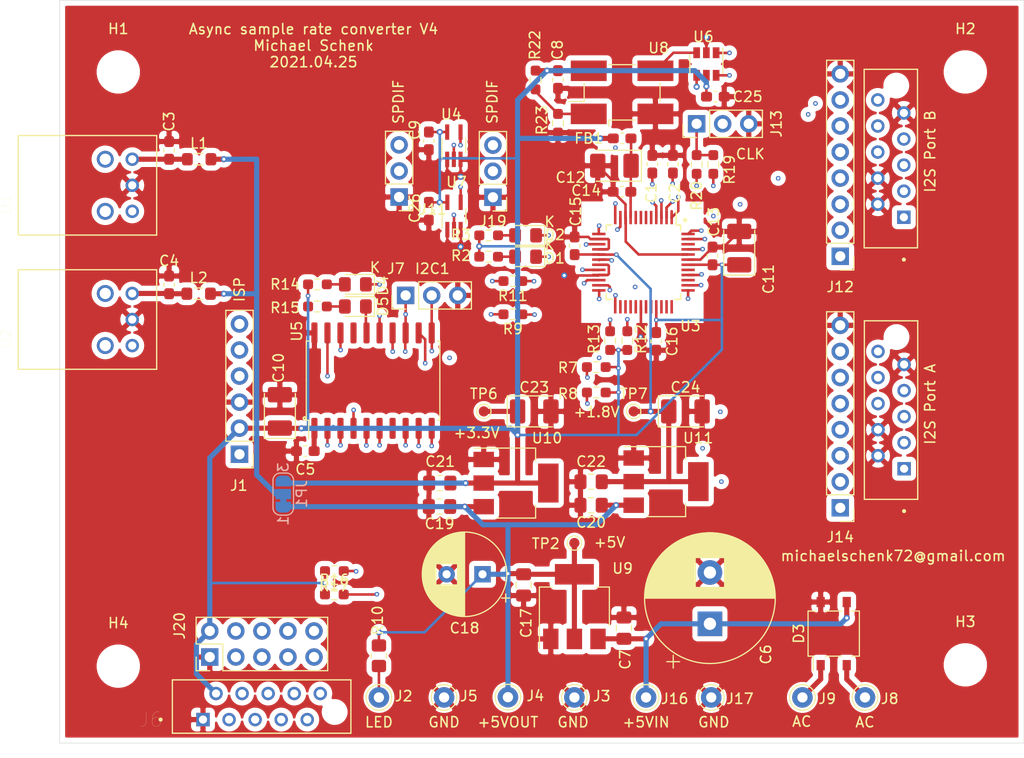
<source format=kicad_pcb>
(kicad_pcb (version 20171130) (host pcbnew "(5.1.9-0-10_14)")
  (layers (0 F.Cu mixed) (1 In1.Cu signal) (2 In2.Cu signal) (31 B.Cu mixed) (34 B.Paste user) (35 F.Paste user) (36 B.SilkS user) (37 F.SilkS user) (38 B.Mask user) (39 F.Mask user) (44 Edge.Cuts user))
  (net 0 "")
  (net 1 "Net-(C1-Pad2)")
  (net 2 GND)
  (net 3 +3V3)
  (net 4 "Net-(D1-Pad2)")
  (net 5 "Net-(D1-Pad1)")
  (net 6 "Net-(D2-Pad2)")
  (net 7 "Net-(D2-Pad1)")
  (net 8 "Net-(C6-Pad1)")
  (net 9 "Net-(D3-Pad2)")
  (net 10 "Net-(D3-Pad1)")
  (net 11 "Net-(J1-Pad5)")
  (net 12 "Net-(J1-Pad4)")
  (net 13 "Net-(J1-Pad1)")
  (net 14 "Net-(J2-Pad1)")
  (net 15 SCL)
  (net 16 SDA)
  (net 17 +1V8)
  (net 18 "Net-(C2-Pad1)")
  (net 19 "Net-(R12-Pad1)")
  (net 20 "Net-(R13-Pad1)")
  (net 21 RESET)
  (net 22 "Net-(R9-Pad1)")
  (net 23 "Net-(R11-Pad1)")
  (net 24 BCKB)
  (net 25 LRCKB)
  (net 26 SDOUTB)
  (net 27 "Net-(J13-Pad2)")
  (net 28 "Net-(R19-Pad1)")
  (net 29 "Net-(R22-Pad1)")
  (net 30 BCKA)
  (net 31 LRCKA)
  (net 32 SDOUTA)
  (net 33 MCLK1)
  (net 34 MCLK3)
  (net 35 "Net-(R20-Pad1)")
  (net 36 MCLK2)
  (net 37 "Net-(U6-Pad3)")
  (net 38 "Net-(C12-Pad1)")
  (net 39 RC4)
  (net 40 RC5)
  (net 41 "Net-(D4-Pad2)")
  (net 42 "Net-(D4-Pad1)")
  (net 43 "Net-(D5-Pad2)")
  (net 44 "Net-(D5-Pad1)")
  (net 45 RA4)
  (net 46 RA5)
  (net 47 RC6)
  (net 48 SDA2)
  (net 49 SCL2)
  (net 50 RC7)
  (net 51 "Net-(C3-Pad2)")
  (net 52 "Net-(C4-Pad2)")
  (net 53 +5V)
  (net 54 "Net-(JP1-Pad2)")
  (net 55 "Net-(J11-Pad3)")
  (net 56 "Net-(J11-Pad2)")
  (net 57 "Net-(J19-Pad3)")
  (net 58 "Net-(J19-Pad2)")
  (module kicad-snk:PLR135-T10_PLT133-T10W (layer F.Cu) (at 112.395 85.725 90)
    (fp_text reference U2 (at -1.827255 -9.646905 90) (layer F.SilkS) (effects (font (size 1.001236 1.001236) (thickness 0.015))))
    (fp_text value PLR135-T10)
    (pad 1 thru_hole circle (at 2.54 2.63 90) (size 1.308 1.308) (drill 0.8) (layers *.Cu *.Mask) (net 52 "Net-(C4-Pad2)"))
    (pad 2 thru_hole circle (at 0 2.63 90) (size 1.308 1.308) (drill 0.8) (layers *.Cu *.Mask) (net 2 GND))
    (pad 3 thru_hole circle (at -2.54 2.63 90) (size 1.308 1.308) (drill 0.8) (layers *.Cu *.Mask) (net 56 "Net-(J11-Pad2)"))
    (pad NC2 thru_hole circle (at -2.54 0 90) (size 1.65 1.65) (drill 1.1) (layers *.Cu *.Mask))
    (pad NC1 thru_hole circle (at 2.54 0 90) (size 1.65 1.65) (drill 1.1) (layers *.Cu *.Mask))
  )
  (module kicad-snk:PLR135-T10_PLT133-T10W (layer F.Cu) (at 112.395 72.644 90)
    (fp_text reference U1 (at -1.827255 -9.646905 90) (layer F.SilkS) (effects (font (size 1.001236 1.001236) (thickness 0.015))))
    (fp_text value PLR135-T10)
    (pad 1 thru_hole circle (at 2.54 2.63 90) (size 1.308 1.308) (drill 0.8) (layers *.Cu *.Mask) (net 51 "Net-(C3-Pad2)"))
    (pad 2 thru_hole circle (at 0 2.63 90) (size 1.308 1.308) (drill 0.8) (layers *.Cu *.Mask) (net 2 GND))
    (pad 3 thru_hole circle (at -2.54 2.63 90) (size 1.308 1.308) (drill 0.8) (layers *.Cu *.Mask) (net 55 "Net-(J11-Pad3)"))
    (pad NC2 thru_hole circle (at -2.54 0 90) (size 1.65 1.65) (drill 1.1) (layers *.Cu *.Mask))
    (pad NC1 thru_hole circle (at 2.54 0 90) (size 1.65 1.65) (drill 1.1) (layers *.Cu *.Mask))
  )
  (module Jumper:SolderJumper-3_P1.3mm_Bridged12_RoundedPad1.0x1.5mm_NumberLabels (layer B.Cu) (at 129.7432 102.7384 90)
    (fp_text reference JP1 (at 0 1.8 90) (layer B.SilkS) (effects (justify mirror)))
    (fp_text value SolderJumper_3_Bridged12)
    (fp_text user 1 (at -2.6 0 90) (layer B.SilkS) (effects (justify mirror)))
    (fp_text user 3 (at 2.6 0 90) (layer B.SilkS) (effects (justify mirror)))
    (fp_poly (pts (xy -0.9 0.3) (xy -0.4 0.3) (xy -0.4 -0.3) (xy -0.9 -0.3)) (layer B.Cu) (width 0))
    (pad 1 smd custom (at -1.3 0 90) (size 1 0.5) (layers B.Cu B.Mask) (net 53 +5V) (options (clearance outline) (anchor rect)) (primitives (gr_poly (pts (xy 0.55 0.75) (xy 0 0.75) (xy 0 -0.75) (xy 0.55 -0.75)) (width 0)) (gr_circle (center 0 -0.25) (end 0.5 -0.25) (width 0)) (gr_circle (center 0 0.25) (end 0.5 0.25) (width 0))))
    (pad 2 smd rect (at 0 0 90) (size 1 1.5) (layers B.Cu B.Mask) (net 54 "Net-(JP1-Pad2)"))
    (pad 3 smd custom (at 1.3 0 90) (size 1 0.5) (layers B.Cu B.Mask) (net 3 +3V3) (options (clearance outline) (anchor rect)) (primitives (gr_circle (center 0 -0.25) (end 0.5 -0.25) (width 0)) (gr_circle (center 0 0.25) (end 0.5 0.25) (width 0)) (gr_poly (pts (xy -0.55 0.75) (xy 0 0.75) (xy 0 -0.75) (xy -0.55 -0.75)) (width 0))))
  )
  (module Connector_PinHeader_2.54mm:PinHeader_2x05_P2.54mm_Vertical (layer F.Cu) (at 122.5804 118.618 90)
    (fp_text reference J20 (at 3.048 -2.9464 90) (layer F.SilkS))
    (fp_text value Conn_01x10_Male)
    (pad 10 thru_hole oval (at 2.54 10.16 90) (size 1.7 1.7) (drill 1) (layers *.Cu *.Mask) (net 49 SCL2))
    (pad 9 thru_hole oval (at 0 10.16 90) (size 1.7 1.7) (drill 1) (layers *.Cu *.Mask) (net 48 SDA2))
    (pad 8 thru_hole oval (at 2.54 7.62 90) (size 1.7 1.7) (drill 1) (layers *.Cu *.Mask) (net 47 RC6))
    (pad 7 thru_hole oval (at 0 7.62 90) (size 1.7 1.7) (drill 1) (layers *.Cu *.Mask) (net 50 RC7))
    (pad 6 thru_hole oval (at 2.54 5.08 90) (size 1.7 1.7) (drill 1) (layers *.Cu *.Mask) (net 40 RC5))
    (pad 5 thru_hole oval (at 0 5.08 90) (size 1.7 1.7) (drill 1) (layers *.Cu *.Mask) (net 39 RC4))
    (pad 4 thru_hole oval (at 2.54 2.54 90) (size 1.7 1.7) (drill 1) (layers *.Cu *.Mask) (net 46 RA5))
    (pad 3 thru_hole oval (at 0 2.54 90) (size 1.7 1.7) (drill 1) (layers *.Cu *.Mask) (net 45 RA4))
    (pad 2 thru_hole oval (at 2.54 0 90) (size 1.7 1.7) (drill 1) (layers *.Cu *.Mask) (net 3 +3V3))
    (pad 1 thru_hole rect (at 0 0 90) (size 1.7 1.7) (drill 1) (layers *.Cu *.Mask) (net 2 GND))
  )
  (module Connector_PinHeader_2.54mm:PinHeader_1x03_P2.54mm_Vertical (layer F.Cu) (at 150.1775 73.8124 180)
    (fp_text reference J19 (at 0 -2.33) (layer F.SilkS))
    (fp_text value IN)
    (pad 3 thru_hole oval (at 0 5.08 180) (size 1.7 1.7) (drill 1) (layers *.Cu *.Mask) (net 57 "Net-(J19-Pad3)"))
    (pad 2 thru_hole oval (at 0 2.54 180) (size 1.7 1.7) (drill 1) (layers *.Cu *.Mask) (net 58 "Net-(J19-Pad2)"))
    (pad 1 thru_hole rect (at 0 0 180) (size 1.7 1.7) (drill 1) (layers *.Cu *.Mask) (net 2 GND))
  )
  (module Inductor_SMD:L_0805_2012Metric_Pad1.05x1.20mm_HandSolder (layer F.Cu) (at 121.4952 83.2104)
    (fp_text reference L2 (at 0 -1.55) (layer F.SilkS))
    (fp_text value 47uH)
    (pad 2 smd roundrect (at 1.15 0) (size 1.05 1.2) (layers F.Cu F.Paste F.Mask) (roundrect_rratio 0.238095) (net 54 "Net-(JP1-Pad2)"))
    (pad 1 smd roundrect (at -1.15 0) (size 1.05 1.2) (layers F.Cu F.Paste F.Mask) (roundrect_rratio 0.238095) (net 52 "Net-(C4-Pad2)"))
  )
  (module Inductor_SMD:L_0805_2012Metric_Pad1.05x1.20mm_HandSolder (layer F.Cu) (at 121.546 70.104)
    (fp_text reference L1 (at 0 -1.55) (layer F.SilkS))
    (fp_text value 47uH)
    (pad 2 smd roundrect (at 1.15 0) (size 1.05 1.2) (layers F.Cu F.Paste F.Mask) (roundrect_rratio 0.238095) (net 54 "Net-(JP1-Pad2)"))
    (pad 1 smd roundrect (at -1.15 0) (size 1.05 1.2) (layers F.Cu F.Paste F.Mask) (roundrect_rratio 0.238095) (net 51 "Net-(C3-Pad2)"))
  )
  (module TestPoint:TestPoint_Pad_D1.0mm (layer F.Cu) (at 158.115 107.5055)
    (fp_text reference TP2 (at -2.794 0.0635) (layer F.SilkS))
    (fp_text value 5V)
    (pad 1 smd circle (at 0 0) (size 1 1) (layers F.Cu F.Mask) (net 53 +5V))
  )
  (module Resistor_SMD:R_0603_1608Metric_Pad0.98x0.95mm_HandSolder (layer F.Cu) (at 134.7235 110.236)
    (fp_text reference R17 (at -0.04 1.4605) (layer F.SilkS))
    (fp_text value 4K99)
    (pad 2 smd roundrect (at 0.9125 0) (size 0.975 0.95) (layers F.Cu F.Paste F.Mask) (net 49 SCL2))
    (pad 1 smd roundrect (at -0.9125 0) (size 0.975 0.95) (layers F.Cu F.Paste F.Mask) (net 3 +3V3))
  )
  (module Resistor_SMD:R_0603_1608Metric_Pad0.98x0.95mm_HandSolder (layer F.Cu) (at 134.7197 112.522)
    (fp_text reference R16 (at 0 -1.43) (layer F.SilkS))
    (fp_text value 4K99)
    (pad 2 smd roundrect (at 0.9125 0) (size 0.975 0.95) (layers F.Cu F.Paste F.Mask) (net 48 SDA2))
    (pad 1 smd roundrect (at -0.9125 0) (size 0.975 0.95) (layers F.Cu F.Paste F.Mask) (net 3 +3V3))
  )
  (module Resistor_SMD:R_0603_1608Metric_Pad0.98x0.95mm_HandSolder (layer F.Cu) (at 133.0725 84.455)
    (fp_text reference R15 (at -3.1515 0.127) (layer F.SilkS))
    (fp_text value 330R)
    (pad 2 smd roundrect (at 0.9125 0) (size 0.975 0.95) (layers F.Cu F.Paste F.Mask) (net 43 "Net-(D5-Pad2)"))
    (pad 1 smd roundrect (at -0.9125 0) (size 0.975 0.95) (layers F.Cu F.Paste F.Mask) (net 3 +3V3))
  )
  (module Resistor_SMD:R_0603_1608Metric_Pad0.98x0.95mm_HandSolder (layer F.Cu) (at 133.0725 82.296)
    (fp_text reference R14 (at -3.1515 0) (layer F.SilkS))
    (fp_text value 330R)
    (pad 2 smd roundrect (at 0.9125 0) (size 0.975 0.95) (layers F.Cu F.Paste F.Mask) (net 41 "Net-(D4-Pad2)"))
    (pad 1 smd roundrect (at -0.9125 0) (size 0.975 0.95) (layers F.Cu F.Paste F.Mask) (net 3 +3V3))
  )
  (module LED_SMD:LED_0805_2012Metric_Pad1.15x1.40mm_HandSolder (layer F.Cu) (at 136.77 84.455 180)
    (fp_text reference D5 (at -2.676 0 90) (layer F.SilkS))
    (fp_text value LED)
    (pad 2 smd roundrect (at 1.025 0 180) (size 1.15 1.4) (layers F.Cu F.Paste F.Mask) (roundrect_rratio 0.2173904347826087) (net 43 "Net-(D5-Pad2)"))
    (pad 1 smd roundrect (at -1.025 0 180) (size 1.15 1.4) (layers F.Cu F.Paste F.Mask) (roundrect_rratio 0.2173904347826087) (net 44 "Net-(D5-Pad1)"))
  )
  (module LED_SMD:LED_0805_2012Metric_Pad1.15x1.40mm_HandSolder (layer F.Cu) (at 136.77 82.296 180)
    (fp_text reference D4 (at -2.676 -0.127 90) (layer F.SilkS))
    (fp_text value LED)
    (pad 2 smd roundrect (at 1.025 0 180) (size 1.15 1.4) (layers F.Cu F.Paste F.Mask) (roundrect_rratio 0.2173904347826087) (net 41 "Net-(D4-Pad2)"))
    (pad 1 smd roundrect (at -1.025 0 180) (size 1.15 1.4) (layers F.Cu F.Paste F.Mask) (roundrect_rratio 0.2173904347826087) (net 42 "Net-(D4-Pad1)"))
  )
  (module Capacitor_SMD:C_0603_1608Metric_Pad1.08x0.95mm_HandSolder (layer F.Cu) (at 162.7643 68.072)
    (fp_text reference FB1 (at -3.2523 0) (layer F.SilkS))
    (fp_text value Ferrite_Bead_Small)
    (pad 2 smd roundrect (at 0.8625 0) (size 1.075 0.95) (layers F.Cu F.Paste F.Mask) (net 38 "Net-(C12-Pad1)"))
    (pad 1 smd roundrect (at -0.8625 0) (size 1.075 0.95) (layers F.Cu F.Paste F.Mask) (net 3 +3V3))
  )
  (module Package_TO_SOT_SMD:SOT-353_SC-70-5_Handsoldering (layer F.Cu) (at 146.3825 75.632 90)
    (fp_text reference U7 (at 3.3055 0.239 180) (layer F.SilkS))
    (fp_text value 74LVC1G125)
    (pad 5 smd rect (at 1.33 -0.65 90) (size 1.5 0.4) (layers F.Cu F.Paste F.Mask) (net 3 +3V3))
    (pad 4 smd rect (at 1.33 0.65 90) (size 1.5 0.4) (layers F.Cu F.Paste F.Mask) (net 58 "Net-(J19-Pad2)"))
    (pad 3 smd rect (at -1.33 0.65 90) (size 1.5 0.4) (layers F.Cu F.Paste F.Mask) (net 2 GND))
    (pad 2 smd rect (at -1.33 0 90) (size 1.5 0.4) (layers F.Cu F.Paste F.Mask) (net 56 "Net-(J11-Pad2)"))
    (pad 1 smd rect (at -1.33 -0.65 90) (size 1.5 0.4) (layers F.Cu F.Paste F.Mask) (net 2 GND))
  )
  (module Package_TO_SOT_SMD:SOT-353_SC-70-5_Handsoldering (layer F.Cu) (at 146.3675 68.7867 90)
    (fp_text reference U4 (at 3.0642 -0.254 180) (layer F.SilkS))
    (fp_text value 74LVC1G125)
    (pad 5 smd rect (at 1.33 -0.65 90) (size 1.5 0.4) (layers F.Cu F.Paste F.Mask) (net 3 +3V3))
    (pad 4 smd rect (at 1.33 0.65 90) (size 1.5 0.4) (layers F.Cu F.Paste F.Mask) (net 57 "Net-(J19-Pad3)"))
    (pad 3 smd rect (at -1.33 0.65 90) (size 1.5 0.4) (layers F.Cu F.Paste F.Mask) (net 2 GND))
    (pad 2 smd rect (at -1.33 0 90) (size 1.5 0.4) (layers F.Cu F.Paste F.Mask) (net 55 "Net-(J11-Pad3)"))
    (pad 1 smd rect (at -1.33 -0.65 90) (size 1.5 0.4) (layers F.Cu F.Paste F.Mask) (net 2 GND))
  )
  (module Capacitor_SMD:C_0603_1608Metric_Pad1.08x0.95mm_HandSolder (layer F.Cu) (at 143.9291 75.1702 270)
    (fp_text reference C26 (at -0.3037 1.3716 90) (layer F.SilkS))
    (fp_text value 100nF)
    (pad 2 smd roundrect (at 0.8625 0 270) (size 1.075 0.95) (layers F.Cu F.Paste F.Mask) (net 2 GND))
    (pad 1 smd roundrect (at -0.8625 0 270) (size 1.075 0.95) (layers F.Cu F.Paste F.Mask) (net 3 +3V3))
  )
  (module Capacitor_SMD:C_0603_1608Metric_Pad1.08x0.95mm_HandSolder (layer F.Cu) (at 143.9291 68.3122 270)
    (fp_text reference C9 (at -1.0657 1.3716 90) (layer F.SilkS))
    (fp_text value 100nF)
    (pad 2 smd roundrect (at 0.8625 0 270) (size 1.075 0.95) (layers F.Cu F.Paste F.Mask) (net 2 GND))
    (pad 1 smd roundrect (at -0.8625 0 270) (size 1.075 0.95) (layers F.Cu F.Paste F.Mask) (net 3 +3V3))
  )
  (module Package_TO_SOT_SMD:SOT-23-6 (layer F.Cu) (at 170.9776 60.8252 270)
    (fp_text reference U6 (at -2.6592 0.2896 180) (layer F.SilkS))
    (fp_text value PL133-37TI-R)
    (pad 5 smd rect (at 1.1 0 270) (size 1.06 0.65) (layers F.Cu F.Paste F.Mask) (net 3 +3V3))
    (pad 6 smd rect (at 1.1 -0.95 270) (size 1.06 0.65) (layers F.Cu F.Paste F.Mask) (net 36 MCLK2))
    (pad 4 smd rect (at 1.1 0.95 270) (size 1.06 0.65) (layers F.Cu F.Paste F.Mask) (net 33 MCLK1))
    (pad 3 smd rect (at -1.1 0.95 270) (size 1.06 0.65) (layers F.Cu F.Paste F.Mask) (net 37 "Net-(U6-Pad3)"))
    (pad 2 smd rect (at -1.1 0 270) (size 1.06 0.65) (layers F.Cu F.Paste F.Mask) (net 2 GND))
    (pad 1 smd rect (at -1.1 -0.95 270) (size 1.06 0.65) (layers F.Cu F.Paste F.Mask) (net 34 MCLK3))
  )
  (module Capacitor_SMD:C_0603_1608Metric_Pad1.08x0.95mm_HandSolder (layer F.Cu) (at 171.8553 64.008 180)
    (fp_text reference C25 (at -3.1507 0) (layer F.SilkS))
    (fp_text value 100nF)
    (pad 2 smd roundrect (at 0.8625 0 180) (size 1.075 0.95) (layers F.Cu F.Paste F.Mask) (net 3 +3V3))
    (pad 1 smd roundrect (at -0.8625 0 180) (size 1.075 0.95) (layers F.Cu F.Paste F.Mask) (net 2 GND))
  )
  (module Resistor_SMD:R_0603_1608Metric_Pad0.98x0.95mm_HandSolder (layer F.Cu) (at 156.5148 66.5969 90)
    (fp_text reference R23 (at 0.3029 -1.5748 90) (layer F.SilkS))
    (fp_text value NC)
    (pad 2 smd roundrect (at 0.9125 0 90) (size 0.975 0.95) (layers F.Cu F.Paste F.Mask) (net 29 "Net-(R22-Pad1)"))
    (pad 1 smd roundrect (at -0.9125 0 90) (size 0.975 0.95) (layers F.Cu F.Paste F.Mask) (net 2 GND))
  )
  (module Resistor_SMD:R_0603_1608Metric_Pad0.98x0.95mm_HandSolder (layer F.Cu) (at 154.3304 62.3805 90)
    (fp_text reference R22 (at 3.4055 -0.0635 90) (layer F.SilkS))
    (fp_text value 4K99)
    (pad 2 smd roundrect (at 0.9125 0 90) (size 0.975 0.95) (layers F.Cu F.Paste F.Mask) (net 3 +3V3))
    (pad 1 smd roundrect (at -0.9125 0 90) (size 0.975 0.95) (layers F.Cu F.Paste F.Mask) (net 29 "Net-(R22-Pad1)"))
  )
  (module Resistor_SMD:R_0603_1608Metric_Pad0.98x0.95mm_HandSolder (layer F.Cu) (at 170.0276 70.6139 90)
    (fp_text reference R20 (at -3.0461 0 90) (layer F.SilkS))
    (fp_text value 0R)
    (pad 2 smd roundrect (at 0.9125 0 90) (size 0.975 0.95) (layers F.Cu F.Paste F.Mask) (net 33 MCLK1))
    (pad 1 smd roundrect (at -0.9125 0 90) (size 0.975 0.95) (layers F.Cu F.Paste F.Mask) (net 35 "Net-(R20-Pad1)"))
  )
  (module Resistor_SMD:R_0603_1608Metric_Pad0.98x0.95mm_HandSolder (layer F.Cu) (at 171.6532 70.6139 90)
    (fp_text reference R19 (at -0.5061 1.5748 90) (layer F.SilkS))
    (fp_text value NC)
    (pad 2 smd roundrect (at 0.9125 0 90) (size 0.975 0.95) (layers F.Cu F.Paste F.Mask) (net 33 MCLK1))
    (pad 1 smd roundrect (at -0.9125 0 90) (size 0.975 0.95) (layers F.Cu F.Paste F.Mask) (net 28 "Net-(R19-Pad1)"))
  )
  (module Resistor_SMD:R_0603_1608Metric_Pad0.98x0.95mm_HandSolder (layer F.Cu) (at 161.5948 87.7805 270)
    (fp_text reference R13 (at -0.1505 1.5748 90) (layer F.SilkS))
    (fp_text value 4k99)
    (pad 2 smd roundrect (at 0.9125 0 270) (size 0.975 0.95) (layers F.Cu F.Paste F.Mask) (net 3 +3V3))
    (pad 1 smd roundrect (at -0.9125 0 270) (size 0.975 0.95) (layers F.Cu F.Paste F.Mask) (net 20 "Net-(R13-Pad1)"))
  )
  (module Resistor_SMD:R_0603_1608Metric_Pad0.98x0.95mm_HandSolder (layer F.Cu) (at 163.2712 87.7805 270)
    (fp_text reference R12 (at -0.1505 -1.3208 90) (layer F.SilkS))
    (fp_text value 1k)
    (pad 2 smd roundrect (at 0.9125 0 270) (size 0.975 0.95) (layers F.Cu F.Paste F.Mask) (net 3 +3V3))
    (pad 1 smd roundrect (at -0.9125 0 270) (size 0.975 0.95) (layers F.Cu F.Paste F.Mask) (net 19 "Net-(R12-Pad1)"))
  )
  (module Resistor_SMD:R_0603_1608Metric_Pad0.98x0.95mm_HandSolder (layer F.Cu) (at 152.1187 81.9785 180)
    (fp_text reference R11 (at 0 -1.43) (layer F.SilkS))
    (fp_text value 33R)
    (pad 2 smd roundrect (at 0.9125 0 180) (size 0.975 0.95) (layers F.Cu F.Paste F.Mask) (net 15 SCL))
    (pad 1 smd roundrect (at -0.9125 0 180) (size 0.975 0.95) (layers F.Cu F.Paste F.Mask) (net 23 "Net-(R11-Pad1)"))
  )
  (module Resistor_SMD:R_0603_1608Metric_Pad0.98x0.95mm_HandSolder (layer F.Cu) (at 152.1187 85.217 180)
    (fp_text reference R9 (at 0 -1.43) (layer F.SilkS))
    (fp_text value 33R)
    (pad 2 smd roundrect (at 0.9125 0 180) (size 0.975 0.95) (layers F.Cu F.Paste F.Mask) (net 16 SDA))
    (pad 1 smd roundrect (at -0.9125 0 180) (size 0.975 0.95) (layers F.Cu F.Paste F.Mask) (net 22 "Net-(R9-Pad1)"))
  )
  (module Resistor_SMD:R_0603_1608Metric_Pad0.98x0.95mm_HandSolder (layer F.Cu) (at 149.7603 77.5208)
    (fp_text reference R3 (at -2.6943 -0.0508) (layer F.SilkS))
    (fp_text value 330R)
    (pad 2 smd roundrect (at 0.9125 0) (size 0.975 0.95) (layers F.Cu F.Paste F.Mask) (net 6 "Net-(D2-Pad2)"))
    (pad 1 smd roundrect (at -0.9125 0) (size 0.975 0.95) (layers F.Cu F.Paste F.Mask) (net 3 +3V3))
  )
  (module Resistor_SMD:R_0603_1608Metric_Pad0.98x0.95mm_HandSolder (layer F.Cu) (at 149.7565 79.6036)
    (fp_text reference R2 (at -2.6905 -0.1016) (layer F.SilkS))
    (fp_text value 330R)
    (pad 2 smd roundrect (at 0.9125 0) (size 0.975 0.95) (layers F.Cu F.Paste F.Mask) (net 4 "Net-(D1-Pad2)"))
    (pad 1 smd roundrect (at -0.9125 0) (size 0.975 0.95) (layers F.Cu F.Paste F.Mask) (net 3 +3V3))
  )
  (module Connector_Pin:Pin_D1.0mm_L10.0mm (layer F.Cu) (at 171.45 122.555)
    (fp_text reference J17 (at 2.794 0.127) (layer F.SilkS))
    (fp_text value GND)
    (pad 1 thru_hole circle (at 0 0) (size 2 2) (drill 1) (layers *.Cu *.Mask) (net 2 GND))
  )
  (module Connector_Pin:Pin_D1.0mm_L10.0mm (layer F.Cu) (at 165.1 122.555)
    (fp_text reference J16 (at 2.794 0.127) (layer F.SilkS))
    (fp_text value +5VIN)
    (pad 1 thru_hole circle (at 0 0) (size 2 2) (drill 1) (layers *.Cu *.Mask) (net 8 "Net-(C6-Pad1)"))
  )
  (module Resistor_SMD:R_0603_1608Metric_Pad0.98x0.95mm_HandSolder (layer F.Cu) (at 160.2505 92.837 180)
    (fp_text reference R8 (at 2.7705 -0.127) (layer F.SilkS))
    (fp_text value 4K99)
    (pad 2 smd roundrect (at 0.9125 0 180) (size 0.975 0.95) (layers F.Cu F.Paste F.Mask) (net 16 SDA))
    (pad 1 smd roundrect (at -0.9125 0 180) (size 0.975 0.95) (layers F.Cu F.Paste F.Mask) (net 3 +3V3))
  )
  (module Resistor_SMD:R_0603_1608Metric_Pad0.98x0.95mm_HandSolder (layer F.Cu) (at 160.2505 90.3605 180)
    (fp_text reference R7 (at 2.7705 -0.0635) (layer F.SilkS))
    (fp_text value 4K99)
    (pad 2 smd roundrect (at 0.9125 0 180) (size 0.975 0.95) (layers F.Cu F.Paste F.Mask) (net 15 SCL))
    (pad 1 smd roundrect (at -0.9125 0 180) (size 0.975 0.95) (layers F.Cu F.Paste F.Mask) (net 3 +3V3))
  )
  (module Capacitor_SMD:C_0603_1608Metric_Pad1.08x0.95mm_HandSolder (layer F.Cu) (at 166.0906 87.8575 90)
    (fp_text reference C16 (at 0 1.5494 90) (layer F.SilkS))
    (fp_text value 100nF)
    (pad 2 smd roundrect (at 0.8625 0 90) (size 1.075 0.95) (layers F.Cu F.Paste F.Mask) (net 3 +3V3))
    (pad 1 smd roundrect (at -0.8625 0 90) (size 1.075 0.95) (layers F.Cu F.Paste F.Mask) (net 2 GND))
  )
  (module Capacitor_SMD:C_0603_1608Metric_Pad1.08x0.95mm_HandSolder (layer F.Cu) (at 158.1404 78.5357 270)
    (fp_text reference C15 (at -3.3517 -0.1016 90) (layer F.SilkS))
    (fp_text value 100nF)
    (pad 2 smd roundrect (at 0.8625 0 270) (size 1.075 0.95) (layers F.Cu F.Paste F.Mask) (net 17 +1V8))
    (pad 1 smd roundrect (at -0.8625 0 270) (size 1.075 0.95) (layers F.Cu F.Paste F.Mask) (net 2 GND))
  )
  (module Capacitor_SMD:C_0603_1608Metric_Pad1.08x0.95mm_HandSolder (layer F.Cu) (at 162.7505 73.279)
    (fp_text reference C14 (at -3.4925 -0.127) (layer F.SilkS))
    (fp_text value 100nF)
    (pad 2 smd roundrect (at 0.8625 0) (size 1.075 0.95) (layers F.Cu F.Paste F.Mask) (net 38 "Net-(C12-Pad1)"))
    (pad 1 smd roundrect (at -0.8625 0) (size 1.075 0.95) (layers F.Cu F.Paste F.Mask) (net 2 GND))
  )
  (module Capacitor_SMD:C_0603_1608Metric_Pad1.08x0.95mm_HandSolder (layer F.Cu) (at 171.577 79.5285 270)
    (fp_text reference C13 (at -3.3285 -0.127 90) (layer F.SilkS))
    (fp_text value 100nF)
    (pad 2 smd roundrect (at 0.8625 0 270) (size 1.075 0.95) (layers F.Cu F.Paste F.Mask) (net 3 +3V3))
    (pad 1 smd roundrect (at -0.8625 0 270) (size 1.075 0.95) (layers F.Cu F.Paste F.Mask) (net 2 GND))
  )
  (module Capacitor_SMD:C_0603_1608Metric_Pad1.08x0.95mm_HandSolder (layer F.Cu) (at 156.5148 62.3327 270)
    (fp_text reference C8 (at -2.8967 0.0508 90) (layer F.SilkS))
    (fp_text value 100nF)
    (pad 2 smd roundrect (at 0.8625 0 270) (size 1.075 0.95) (layers F.Cu F.Paste F.Mask) (net 2 GND))
    (pad 1 smd roundrect (at -0.8625 0 270) (size 1.075 0.95) (layers F.Cu F.Paste F.Mask) (net 3 +3V3))
  )
  (module Capacitor_SMD:C_0603_1608Metric_Pad1.08x0.95mm_HandSolder (layer F.Cu) (at 131.8895 98.552)
    (fp_text reference C5 (at 0 1.778) (layer F.SilkS))
    (fp_text value 100nF)
    (pad 2 smd roundrect (at 0.8625 0) (size 1.075 0.95) (layers F.Cu F.Paste F.Mask) (net 3 +3V3))
    (pad 1 smd roundrect (at -0.8625 0) (size 1.075 0.95) (layers F.Cu F.Paste F.Mask) (net 2 GND))
  )
  (module Capacitor_SMD:C_0603_1608Metric_Pad1.08x0.95mm_HandSolder (layer F.Cu) (at 118.618 82.3479 270)
    (fp_text reference C4 (at -2.3379 0 180) (layer F.SilkS))
    (fp_text value 100nF)
    (pad 2 smd roundrect (at 0.8625 0 270) (size 1.075 0.95) (layers F.Cu F.Paste F.Mask) (net 52 "Net-(C4-Pad2)"))
    (pad 1 smd roundrect (at -0.8625 0 270) (size 1.075 0.95) (layers F.Cu F.Paste F.Mask) (net 2 GND))
  )
  (module Capacitor_SMD:C_0603_1608Metric_Pad1.08x0.95mm_HandSolder (layer F.Cu) (at 118.618 69.2415 270)
    (fp_text reference C3 (at -2.8205 0 90) (layer F.SilkS))
    (fp_text value 100nF)
    (pad 2 smd roundrect (at 0.8625 0 270) (size 1.075 0.95) (layers F.Cu F.Paste F.Mask) (net 51 "Net-(C3-Pad2)"))
    (pad 1 smd roundrect (at -0.8625 0 270) (size 1.075 0.95) (layers F.Cu F.Paste F.Mask) (net 2 GND))
  )
  (module Capacitor_SMD:C_0603_1608Metric_Pad1.08x0.95mm_HandSolder (layer F.Cu) (at 167.7162 70.5877 90)
    (fp_text reference C2 (at -2.8183 0.1778 90) (layer F.SilkS))
    (fp_text value 100nF)
    (pad 2 smd roundrect (at 0.8625 0 90) (size 1.075 0.95) (layers F.Cu F.Paste F.Mask) (net 2 GND))
    (pad 1 smd roundrect (at -0.8625 0 90) (size 1.075 0.95) (layers F.Cu F.Paste F.Mask) (net 18 "Net-(C2-Pad1)"))
  )
  (module Capacitor_SMD:C_0603_1608Metric_Pad1.08x0.95mm_HandSolder (layer F.Cu) (at 165.7096 70.5877 270)
    (fp_text reference C1 (at 2.8183 0.1016 90) (layer F.SilkS))
    (fp_text value 100nF)
    (pad 2 smd roundrect (at 0.8625 0 270) (size 1.075 0.95) (layers F.Cu F.Paste F.Mask) (net 1 "Net-(C1-Pad2)"))
    (pad 1 smd roundrect (at -0.8625 0 270) (size 1.075 0.95) (layers F.Cu F.Paste F.Mask) (net 2 GND))
  )
  (module kicad-snk:TE_CONN_RCPT_10POS_0.1_TIN_PCB (layer F.Cu) (at 190.246 100.2665 90)
    (fp_text reference J15 (at 1.40487 -5.69557 90) (layer F.SilkS) (effects (font (size 1.40137 1.40137) (thickness 0.015))))
    (fp_text value A)
    (pad 1 thru_hole rect (at 0 0 90) (size 1.308 1.308) (drill 0.8) (layers *.Cu *.Mask) (net 36 MCLK2))
    (pad 2 thru_hole circle (at 1.27 -2.54 90) (size 1.308 1.308) (drill 0.8) (layers *.Cu *.Mask) (net 2 GND))
    (pad 3 thru_hole circle (at 2.54 0 90) (size 1.308 1.308) (drill 0.8) (layers *.Cu *.Mask) (net 30 BCKA))
    (pad 4 thru_hole circle (at 3.81 -2.54 90) (size 1.308 1.308) (drill 0.8) (layers *.Cu *.Mask) (net 2 GND))
    (pad 5 thru_hole circle (at 5.08 0 90) (size 1.308 1.308) (drill 0.8) (layers *.Cu *.Mask) (net 31 LRCKA))
    (pad 6 thru_hole circle (at 6.35 -2.54 90) (size 1.308 1.308) (drill 0.8) (layers *.Cu *.Mask) (net 16 SDA))
    (pad 7 thru_hole circle (at 7.62 0 90) (size 1.308 1.308) (drill 0.8) (layers *.Cu *.Mask) (net 32 SDOUTA))
    (pad 8 thru_hole circle (at 8.89 -2.54 90) (size 1.308 1.308) (drill 0.8) (layers *.Cu *.Mask) (net 15 SCL))
    (pad 9 thru_hole circle (at 10.16 0 90) (size 1.308 1.308) (drill 0.8) (layers *.Cu *.Mask) (net 2 GND))
    (pad 10 thru_hole circle (at 11.43 -2.54 90) (size 1.308 1.308) (drill 0.8) (layers *.Cu *.Mask) (net 21 RESET))
    (pad None np_thru_hole circle (at 12.83 -0.74 90) (size 1.5 1.5) (drill 1.5) (layers *.Cu *.Mask))
  )
  (module Connector_PinHeader_2.54mm:PinHeader_1x08_P2.54mm_Vertical (layer F.Cu) (at 184.023 104.0765 180)
    (fp_text reference J14 (at 0 -2.8575) (layer F.SilkS))
    (fp_text value PORTA)
    (pad 8 thru_hole oval (at 0 17.78 180) (size 1.7 1.7) (drill 1) (layers *.Cu *.Mask) (net 2 GND))
    (pad 7 thru_hole oval (at 0 15.24 180) (size 1.7 1.7) (drill 1) (layers *.Cu *.Mask) (net 21 RESET))
    (pad 6 thru_hole oval (at 0 12.7 180) (size 1.7 1.7) (drill 1) (layers *.Cu *.Mask) (net 15 SCL))
    (pad 5 thru_hole oval (at 0 10.16 180) (size 1.7 1.7) (drill 1) (layers *.Cu *.Mask) (net 16 SDA))
    (pad 4 thru_hole oval (at 0 7.62 180) (size 1.7 1.7) (drill 1) (layers *.Cu *.Mask) (net 32 SDOUTA))
    (pad 3 thru_hole oval (at 0 5.08 180) (size 1.7 1.7) (drill 1) (layers *.Cu *.Mask) (net 31 LRCKA))
    (pad 2 thru_hole oval (at 0 2.54 180) (size 1.7 1.7) (drill 1) (layers *.Cu *.Mask) (net 30 BCKA))
    (pad 1 thru_hole rect (at 0 0 180) (size 1.7 1.7) (drill 1) (layers *.Cu *.Mask) (net 36 MCLK2))
  )
  (module Connector_PinHeader_2.54mm:PinHeader_1x03_P2.54mm_Vertical (layer F.Cu) (at 170.0276 66.6496 90)
    (fp_text reference J13 (at 0 7.7724 90) (layer F.SilkS))
    (fp_text value CLK)
    (pad 3 thru_hole oval (at 0 5.08 90) (size 1.7 1.7) (drill 1) (layers *.Cu *.Mask) (net 2 GND))
    (pad 2 thru_hole oval (at 0 2.54 90) (size 1.7 1.7) (drill 1) (layers *.Cu *.Mask) (net 27 "Net-(J13-Pad2)"))
    (pad 1 thru_hole rect (at 0 0 90) (size 1.7 1.7) (drill 1) (layers *.Cu *.Mask) (net 33 MCLK1))
  )
  (module Connector_PinHeader_2.54mm:PinHeader_1x03_P2.54mm_Vertical (layer F.Cu) (at 141.0335 73.787 180)
    (fp_text reference J11 (at -3.302 -1.2065) (layer F.SilkS))
    (fp_text value IN)
    (pad 3 thru_hole oval (at 0 5.08 180) (size 1.7 1.7) (drill 1) (layers *.Cu *.Mask) (net 55 "Net-(J11-Pad3)"))
    (pad 2 thru_hole oval (at 0 2.54 180) (size 1.7 1.7) (drill 1) (layers *.Cu *.Mask) (net 56 "Net-(J11-Pad2)"))
    (pad 1 thru_hole rect (at 0 0 180) (size 1.7 1.7) (drill 1) (layers *.Cu *.Mask) (net 2 GND))
  )
  (module Connector_PinHeader_2.54mm:PinHeader_1x08_P2.54mm_Vertical (layer F.Cu) (at 184.023 79.5655 180)
    (fp_text reference J12 (at 0 -2.9845) (layer F.SilkS))
    (fp_text value PORTB)
    (pad 8 thru_hole oval (at 0 17.78 180) (size 1.7 1.7) (drill 1) (layers *.Cu *.Mask) (net 2 GND))
    (pad 7 thru_hole oval (at 0 15.24 180) (size 1.7 1.7) (drill 1) (layers *.Cu *.Mask) (net 21 RESET))
    (pad 6 thru_hole oval (at 0 12.7 180) (size 1.7 1.7) (drill 1) (layers *.Cu *.Mask) (net 15 SCL))
    (pad 5 thru_hole oval (at 0 10.16 180) (size 1.7 1.7) (drill 1) (layers *.Cu *.Mask) (net 16 SDA))
    (pad 4 thru_hole oval (at 0 7.62 180) (size 1.7 1.7) (drill 1) (layers *.Cu *.Mask) (net 26 SDOUTB))
    (pad 3 thru_hole oval (at 0 5.08 180) (size 1.7 1.7) (drill 1) (layers *.Cu *.Mask) (net 25 LRCKB))
    (pad 2 thru_hole oval (at 0 2.54 180) (size 1.7 1.7) (drill 1) (layers *.Cu *.Mask) (net 24 BCKB))
    (pad 1 thru_hole rect (at 0 0 180) (size 1.7 1.7) (drill 1) (layers *.Cu *.Mask) (net 34 MCLK3))
  )
  (module Connector_PinHeader_2.54mm:PinHeader_1x03_P2.54mm_Vertical (layer F.Cu) (at 141.6685 83.3755 90)
    (fp_text reference J7 (at 2.6035 -0.9525 180) (layer F.SilkS))
    (fp_text value I2C1)
    (pad 3 thru_hole oval (at 0 5.08 90) (size 1.7 1.7) (drill 1) (layers *.Cu *.Mask) (net 2 GND))
    (pad 2 thru_hole oval (at 0 2.54 90) (size 1.7 1.7) (drill 1) (layers *.Cu *.Mask) (net 15 SCL))
    (pad 1 thru_hole rect (at 0 0 90) (size 1.7 1.7) (drill 1) (layers *.Cu *.Mask) (net 16 SDA))
  )
  (module kicad-snk:TE_CONN_RCPT_10POS_0.1_TIN_PCB (layer F.Cu) (at 121.92 124.714)
    (fp_text reference J6 (at -5.08 0) (layer F.SilkS) (effects (font (size 1.40137 1.40137) (thickness 0.015))))
    (fp_text value IN)
    (pad 1 thru_hole rect (at 0 0) (size 1.308 1.308) (drill 0.8) (layers *.Cu *.Mask) (net 2 GND))
    (pad 2 thru_hole circle (at 1.27 -2.54) (size 1.308 1.308) (drill 0.8) (layers *.Cu *.Mask) (net 3 +3V3))
    (pad 3 thru_hole circle (at 2.54 0) (size 1.308 1.308) (drill 0.8) (layers *.Cu *.Mask) (net 45 RA4))
    (pad 4 thru_hole circle (at 3.81 -2.54) (size 1.308 1.308) (drill 0.8) (layers *.Cu *.Mask) (net 46 RA5))
    (pad 5 thru_hole circle (at 5.08 0) (size 1.308 1.308) (drill 0.8) (layers *.Cu *.Mask) (net 39 RC4))
    (pad 6 thru_hole circle (at 6.35 -2.54) (size 1.308 1.308) (drill 0.8) (layers *.Cu *.Mask) (net 40 RC5))
    (pad 7 thru_hole circle (at 7.62 0) (size 1.308 1.308) (drill 0.8) (layers *.Cu *.Mask) (net 50 RC7))
    (pad 8 thru_hole circle (at 8.89 -2.54) (size 1.308 1.308) (drill 0.8) (layers *.Cu *.Mask) (net 47 RC6))
    (pad 9 thru_hole circle (at 10.16 0) (size 1.308 1.308) (drill 0.8) (layers *.Cu *.Mask) (net 48 SDA2))
    (pad 10 thru_hole circle (at 11.43 -2.54) (size 1.308 1.308) (drill 0.8) (layers *.Cu *.Mask) (net 49 SCL2))
    (pad None np_thru_hole circle (at 12.83 -0.74) (size 1.5 1.5) (drill 1.5) (layers *.Cu *.Mask))
  )
  (module Package_TO_SOT_SMD:SOT-223-3_TabPin2 (layer F.Cu) (at 167.0435 101.5225)
    (fp_text reference U11 (at 3.1365 -4.2405) (layer F.SilkS))
    (fp_text value TLV1117-18)
    (pad 1 smd rect (at -3.15 -2.3) (size 2 1.5) (layers F.Cu F.Paste F.Mask) (net 2 GND))
    (pad 3 smd rect (at -3.15 2.3) (size 2 1.5) (layers F.Cu F.Paste F.Mask) (net 53 +5V))
    (pad 2 smd rect (at -3.15 0) (size 2 1.5) (layers F.Cu F.Paste F.Mask) (net 17 +1V8))
    (pad 2 smd rect (at 3.15 0) (size 2 3.8) (layers F.Cu F.Paste F.Mask) (net 17 +1V8))
  )
  (module Package_TO_SOT_SMD:SOT-223-3_TabPin2 (layer F.Cu) (at 152.425 101.6635)
    (fp_text reference U10 (at 3.023 -4.3815) (layer F.SilkS))
    (fp_text value TLV1117-33)
    (pad 1 smd rect (at -3.15 -2.3) (size 2 1.5) (layers F.Cu F.Paste F.Mask) (net 2 GND))
    (pad 3 smd rect (at -3.15 2.3) (size 2 1.5) (layers F.Cu F.Paste F.Mask) (net 53 +5V))
    (pad 2 smd rect (at -3.15 0) (size 2 1.5) (layers F.Cu F.Paste F.Mask) (net 3 +3V3))
    (pad 2 smd rect (at 3.15 0) (size 2 3.8) (layers F.Cu F.Paste F.Mask) (net 3 +3V3))
  )
  (module Package_TO_SOT_SMD:SOT-223-3_TabPin2 (layer F.Cu) (at 158.115 113.7035 90)
    (fp_text reference U9 (at 3.7215 4.699 180) (layer F.SilkS))
    (fp_text value TLV1117-50)
    (pad 1 smd rect (at -3.15 -2.3 90) (size 2 1.5) (layers F.Cu F.Paste F.Mask) (net 2 GND))
    (pad 3 smd rect (at -3.15 2.3 90) (size 2 1.5) (layers F.Cu F.Paste F.Mask) (net 8 "Net-(C6-Pad1)"))
    (pad 2 smd rect (at -3.15 0 90) (size 2 1.5) (layers F.Cu F.Paste F.Mask) (net 53 +5V))
    (pad 2 smd rect (at 3.15 0 90) (size 2 3.8) (layers F.Cu F.Paste F.Mask) (net 53 +5V))
  )
  (module Oscillator:Oscillator_SMD_EuroQuartz_XO91-4Pin_7.0x5.0mm_HandSoldering (layer F.Cu) (at 162.7644 63.5844)
    (fp_text reference U8 (at 3.556 -4.318) (layer F.SilkS))
    (fp_text value ASDMB-xxxMHz)
    (pad 4 smd rect (at -3.25 -2.1) (size 3.5 2) (layers F.Cu F.Paste F.Mask) (net 3 +3V3))
    (pad 3 smd rect (at 3.25 -2.1) (size 3.5 2) (layers F.Cu F.Paste F.Mask) (net 37 "Net-(U6-Pad3)"))
    (pad 2 smd rect (at 3.25 2.1) (size 3.5 2) (layers F.Cu F.Paste F.Mask) (net 2 GND))
    (pad 1 smd rect (at -3.25 2.1) (size 3.5 2) (layers F.Cu F.Paste F.Mask) (net 29 "Net-(R22-Pad1)"))
  )
  (module TestPoint:TestPoint_Pad_D1.0mm (layer F.Cu) (at 163.8935 94.6785)
    (fp_text reference TP7 (at 0 -1.7145) (layer F.SilkS))
    (fp_text value 1.8V)
    (pad 1 smd circle (at 0 0) (size 1 1) (layers F.Cu F.Mask) (net 17 +1V8))
  )
  (module TestPoint:TestPoint_Pad_D1.0mm (layer F.Cu) (at 149.2885 94.6785)
    (fp_text reference TP6 (at 0 -1.7145) (layer F.SilkS))
    (fp_text value 3.3V)
    (pad 1 smd circle (at 0 0) (size 1 1) (layers F.Cu F.Mask) (net 3 +3V3))
  )
  (module kicad-snk:TE_CONN_RCPT_10POS_0.1_TIN_PCB (layer F.Cu) (at 190.224 75.7555 90)
    (fp_text reference J10 (at 1.40487 -5.69557 90) (layer F.SilkS) (effects (font (size 1.40137 1.40137) (thickness 0.015))))
    (fp_text value B)
    (pad 1 thru_hole rect (at 0 0 90) (size 1.308 1.308) (drill 0.8) (layers *.Cu *.Mask) (net 34 MCLK3))
    (pad 2 thru_hole circle (at 1.27 -2.54 90) (size 1.308 1.308) (drill 0.8) (layers *.Cu *.Mask) (net 2 GND))
    (pad 3 thru_hole circle (at 2.54 0 90) (size 1.308 1.308) (drill 0.8) (layers *.Cu *.Mask) (net 24 BCKB))
    (pad 4 thru_hole circle (at 3.81 -2.54 90) (size 1.308 1.308) (drill 0.8) (layers *.Cu *.Mask) (net 2 GND))
    (pad 5 thru_hole circle (at 5.08 0 90) (size 1.308 1.308) (drill 0.8) (layers *.Cu *.Mask) (net 25 LRCKB))
    (pad 6 thru_hole circle (at 6.35 -2.54 90) (size 1.308 1.308) (drill 0.8) (layers *.Cu *.Mask) (net 16 SDA))
    (pad 7 thru_hole circle (at 7.62 0 90) (size 1.308 1.308) (drill 0.8) (layers *.Cu *.Mask) (net 26 SDOUTB))
    (pad 8 thru_hole circle (at 8.89 -2.54 90) (size 1.308 1.308) (drill 0.8) (layers *.Cu *.Mask) (net 15 SCL))
    (pad 9 thru_hole circle (at 10.16 0 90) (size 1.308 1.308) (drill 0.8) (layers *.Cu *.Mask) (net 2 GND))
    (pad 10 thru_hole circle (at 11.43 -2.54 90) (size 1.308 1.308) (drill 0.8) (layers *.Cu *.Mask) (net 21 RESET))
    (pad None np_thru_hole circle (at 12.83 -0.74 90) (size 1.5 1.5) (drill 1.5) (layers *.Cu *.Mask))
  )
  (module Capacitor_Tantalum_SMD:CP_EIA-3528-21_Kemet-B_Pad1.50x2.35mm_HandSolder (layer F.Cu) (at 168.936 94.6785)
    (fp_text reference C24 (at 0 -2.35) (layer F.SilkS))
    (fp_text value 10uF)
    (pad 2 smd roundrect (at 1.625 0) (size 1.5 2.35) (layers F.Cu F.Paste F.Mask) (roundrect_rratio 0.1666666666666667) (net 2 GND))
    (pad 1 smd roundrect (at -1.625 0) (size 1.5 2.35) (layers F.Cu F.Paste F.Mask) (roundrect_rratio 0.1666666666666667) (net 17 +1V8))
  )
  (module Capacitor_Tantalum_SMD:CP_EIA-3528-21_Kemet-B_Pad1.50x2.35mm_HandSolder (layer F.Cu) (at 154.204 94.6785)
    (fp_text reference C23 (at 0 -2.35) (layer F.SilkS))
    (fp_text value 10uF)
    (pad 2 smd roundrect (at 1.625 0) (size 1.5 2.35) (layers F.Cu F.Paste F.Mask) (roundrect_rratio 0.1666666666666667) (net 2 GND))
    (pad 1 smd roundrect (at -1.625 0) (size 1.5 2.35) (layers F.Cu F.Paste F.Mask) (roundrect_rratio 0.1666666666666667) (net 3 +3V3))
  )
  (module Capacitor_SMD:C_0805_2012Metric_Pad1.18x1.45mm_HandSolder (layer F.Cu) (at 159.7445 101.5365 180)
    (fp_text reference C22 (at 0 1.9685) (layer F.SilkS))
    (fp_text value 100nF)
    (pad 2 smd roundrect (at 1.0375 0 180) (size 1.175 1.45) (layers F.Cu F.Paste F.Mask) (roundrect_rratio 0.2127659574468085) (net 2 GND))
    (pad 1 smd roundrect (at -1.0375 0 180) (size 1.175 1.45) (layers F.Cu F.Paste F.Mask) (roundrect_rratio 0.2127659574468085) (net 17 +1V8))
  )
  (module Capacitor_SMD:C_0805_2012Metric_Pad1.18x1.45mm_HandSolder (layer F.Cu) (at 144.992 101.6635 180)
    (fp_text reference C21 (at -0.042 2.0955) (layer F.SilkS))
    (fp_text value 100nF)
    (pad 2 smd roundrect (at 1.0375 0 180) (size 1.175 1.45) (layers F.Cu F.Paste F.Mask) (roundrect_rratio 0.2127659574468085) (net 2 GND))
    (pad 1 smd roundrect (at -1.0375 0 180) (size 1.175 1.45) (layers F.Cu F.Paste F.Mask) (roundrect_rratio 0.2127659574468085) (net 3 +3V3))
  )
  (module Capacitor_SMD:C_0805_2012Metric_Pad1.18x1.45mm_HandSolder (layer F.Cu) (at 159.7445 103.8225 180)
    (fp_text reference C20 (at 0 -1.68) (layer F.SilkS))
    (fp_text value 330nF)
    (pad 2 smd roundrect (at 1.0375 0 180) (size 1.175 1.45) (layers F.Cu F.Paste F.Mask) (roundrect_rratio 0.2127659574468085) (net 2 GND))
    (pad 1 smd roundrect (at -1.0375 0 180) (size 1.175 1.45) (layers F.Cu F.Paste F.Mask) (roundrect_rratio 0.2127659574468085) (net 53 +5V))
  )
  (module Capacitor_SMD:C_0805_2012Metric_Pad1.18x1.45mm_HandSolder (layer F.Cu) (at 144.9705 103.9495 180)
    (fp_text reference C19 (at 0 -1.68) (layer F.SilkS))
    (fp_text value 330nF)
    (pad 2 smd roundrect (at 1.0375 0 180) (size 1.175 1.45) (layers F.Cu F.Paste F.Mask) (roundrect_rratio 0.2127659574468085) (net 2 GND))
    (pad 1 smd roundrect (at -1.0375 0 180) (size 1.175 1.45) (layers F.Cu F.Paste F.Mask) (roundrect_rratio 0.2127659574468085) (net 53 +5V))
  )
  (module Capacitor_THT:CP_Radial_D8.0mm_P3.50mm (layer F.Cu) (at 149.1615 110.5535 180)
    (fp_text reference C18 (at 1.75 -5.25) (layer F.SilkS))
    (fp_text value 100uF)
    (pad 2 thru_hole circle (at 3.5 0 180) (size 1.6 1.6) (drill 0.8) (layers *.Cu *.Mask) (net 2 GND))
    (pad 1 thru_hole rect (at 0 0 180) (size 1.6 1.6) (drill 0.8) (layers *.Cu *.Mask) (net 53 +5V))
  )
  (module Capacitor_SMD:C_0805_2012Metric_Pad1.18x1.45mm_HandSolder (layer F.Cu) (at 153.162 111.591 270)
    (fp_text reference C17 (at 3.725 -0.254 90) (layer F.SilkS))
    (fp_text value 100nF)
    (pad 2 smd roundrect (at 1.0375 0 270) (size 1.175 1.45) (layers F.Cu F.Paste F.Mask) (roundrect_rratio 0.2127659574468085) (net 2 GND))
    (pad 1 smd roundrect (at -1.0375 0 270) (size 1.175 1.45) (layers F.Cu F.Paste F.Mask) (roundrect_rratio 0.2127659574468085) (net 53 +5V))
  )
  (module Connector_PinHeader_2.54mm:PinHeader_1x06_P2.54mm_Vertical (layer F.Cu) (at 125.476 98.8568 180)
    (fp_text reference J1 (at 0.0635 -3.048) (layer F.SilkS))
    (fp_text value Conn_01x06_Male)
    (pad 6 thru_hole oval (at 0 12.7 180) (size 1.7 1.7) (drill 1) (layers *.Cu *.Mask))
    (pad 5 thru_hole oval (at 0 10.16 180) (size 1.7 1.7) (drill 1) (layers *.Cu *.Mask) (net 11 "Net-(J1-Pad5)"))
    (pad 4 thru_hole oval (at 0 7.62 180) (size 1.7 1.7) (drill 1) (layers *.Cu *.Mask) (net 12 "Net-(J1-Pad4)"))
    (pad 3 thru_hole oval (at 0 5.08 180) (size 1.7 1.7) (drill 1) (layers *.Cu *.Mask) (net 2 GND))
    (pad 2 thru_hole oval (at 0 2.54 180) (size 1.7 1.7) (drill 1) (layers *.Cu *.Mask) (net 3 +3V3))
    (pad 1 thru_hole rect (at 0 0 180) (size 1.7 1.7) (drill 1) (layers *.Cu *.Mask) (net 13 "Net-(J1-Pad1)"))
  )
  (module Capacitor_Tantalum_SMD:CP_EIA-3528-21_Kemet-B_Pad1.50x2.35mm_HandSolder (layer F.Cu) (at 162.0145 70.739 180)
    (fp_text reference C12 (at 4.2805 -1.143) (layer F.SilkS))
    (fp_text value 10uF)
    (pad 2 smd roundrect (at 1.625 0 180) (size 1.5 2.35) (layers F.Cu F.Paste F.Mask) (roundrect_rratio 0.1666666666666667) (net 2 GND))
    (pad 1 smd roundrect (at -1.625 0 180) (size 1.5 2.35) (layers F.Cu F.Paste F.Mask) (roundrect_rratio 0.1666666666666667) (net 38 "Net-(C12-Pad1)"))
  )
  (module Capacitor_Tantalum_SMD:CP_EIA-3528-21_Kemet-B_Pad1.50x2.35mm_HandSolder (layer F.Cu) (at 174.1805 78.766 90)
    (fp_text reference C11 (at -3.022 2.8575 90) (layer F.SilkS))
    (fp_text value 10uF)
    (pad 2 smd roundrect (at 1.625 0 90) (size 1.5 2.35) (layers F.Cu F.Paste F.Mask) (roundrect_rratio 0.1666666666666667) (net 2 GND))
    (pad 1 smd roundrect (at -1.625 0 90) (size 1.5 2.35) (layers F.Cu F.Paste F.Mask) (roundrect_rratio 0.1666666666666667) (net 3 +3V3))
  )
  (module Capacitor_Tantalum_SMD:CP_EIA-3528-21_Kemet-B_Pad1.50x2.35mm_HandSolder (layer F.Cu) (at 129.413 94.6785 90)
    (fp_text reference C10 (at 4.2545 -0.127 90) (layer F.SilkS))
    (fp_text value 10uF)
    (pad 2 smd roundrect (at 1.625 0 90) (size 1.5 2.35) (layers F.Cu F.Paste F.Mask) (roundrect_rratio 0.1666666666666667) (net 2 GND))
    (pad 1 smd roundrect (at -1.625 0 90) (size 1.5 2.35) (layers F.Cu F.Paste F.Mask) (roundrect_rratio 0.1666666666666667) (net 3 +3V3))
  )
  (module Package_SO:SOIC-20W_7.5x12.8mm_P1.27mm (layer F.Cu) (at 138.4935 91.6795 90)
    (fp_text reference U5 (at 4.8115 -7.4295 90) (layer F.SilkS))
    (fp_text value PIC16F18446-I/SO)
    (pad 20 smd roundrect (at 4.65 -5.715 90) (size 2.05 0.6) (layers F.Cu F.Paste F.Mask) (net 2 GND))
    (pad 19 smd roundrect (at 4.65 -4.445 90) (size 2.05 0.6) (layers F.Cu F.Paste F.Mask) (net 12 "Net-(J1-Pad4)"))
    (pad 18 smd roundrect (at 4.65 -3.175 90) (size 2.05 0.6) (layers F.Cu F.Paste F.Mask) (net 11 "Net-(J1-Pad5)"))
    (pad 17 smd roundrect (at 4.65 -1.905 90) (size 2.05 0.6) (layers F.Cu F.Paste F.Mask))
    (pad 16 smd roundrect (at 4.65 -0.635 90) (size 2.05 0.6) (layers F.Cu F.Paste F.Mask) (net 44 "Net-(D5-Pad1)"))
    (pad 15 smd roundrect (at 4.65 0.635 90) (size 2.05 0.6) (layers F.Cu F.Paste F.Mask) (net 42 "Net-(D4-Pad1)"))
    (pad 14 smd roundrect (at 4.65 1.905 90) (size 2.05 0.6) (layers F.Cu F.Paste F.Mask) (net 21 RESET))
    (pad 13 smd roundrect (at 4.65 3.175 90) (size 2.05 0.6) (layers F.Cu F.Paste F.Mask) (net 16 SDA))
    (pad 12 smd roundrect (at 4.65 4.445 90) (size 2.05 0.6) (layers F.Cu F.Paste F.Mask) (net 49 SCL2))
    (pad 11 smd roundrect (at 4.65 5.715 90) (size 2.05 0.6) (layers F.Cu F.Paste F.Mask) (net 15 SCL))
    (pad 10 smd roundrect (at -4.65 5.715 90) (size 2.05 0.6) (layers F.Cu F.Paste F.Mask) (net 48 SDA2))
    (pad 9 smd roundrect (at -4.65 4.445 90) (size 2.05 0.6) (layers F.Cu F.Paste F.Mask) (net 50 RC7))
    (pad 8 smd roundrect (at -4.65 3.175 90) (size 2.05 0.6) (layers F.Cu F.Paste F.Mask) (net 47 RC6))
    (pad 7 smd roundrect (at -4.65 1.905 90) (size 2.05 0.6) (layers F.Cu F.Paste F.Mask))
    (pad 6 smd roundrect (at -4.65 0.635 90) (size 2.05 0.6) (layers F.Cu F.Paste F.Mask) (net 39 RC4))
    (pad 5 smd roundrect (at -4.65 -0.635 90) (size 2.05 0.6) (layers F.Cu F.Paste F.Mask) (net 40 RC5))
    (pad 4 smd roundrect (at -4.65 -1.905 90) (size 2.05 0.6) (layers F.Cu F.Paste F.Mask) (net 13 "Net-(J1-Pad1)"))
    (pad 3 smd roundrect (at -4.65 -3.175 90) (size 2.05 0.6) (layers F.Cu F.Paste F.Mask) (net 45 RA4))
    (pad 2 smd roundrect (at -4.65 -4.445 90) (size 2.05 0.6) (layers F.Cu F.Paste F.Mask) (net 46 RA5))
    (pad 1 smd roundrect (at -4.65 -5.715 90) (size 2.05 0.6) (layers F.Cu F.Paste F.Mask) (net 3 +3V3))
  )
  (module Resistor_SMD:R_0805_2012Metric_Pad1.20x1.40mm_HandSolder (layer F.Cu) (at 139.065 118.491 90)
    (fp_text reference R10 (at 3.445 -0.127 90) (layer F.SilkS))
    (fp_text value 330R)
    (pad 2 smd roundrect (at 1 0 90) (size 1.2 1.4) (layers F.Cu F.Paste F.Mask) (roundrect_rratio 0.2083325) (net 53 +5V))
    (pad 1 smd roundrect (at -1 0 90) (size 1.2 1.4) (layers F.Cu F.Paste F.Mask) (roundrect_rratio 0.2083325) (net 14 "Net-(J2-Pad1)"))
  )
  (module Connector_Pin:Pin_D1.0mm_L10.0mm (layer F.Cu) (at 180.34 122.555)
    (fp_text reference J9 (at 2.413 0.127) (layer F.SilkS))
    (fp_text value AC)
    (pad 1 thru_hole circle (at 0 0) (size 2 2) (drill 1) (layers *.Cu *.Mask) (net 10 "Net-(D3-Pad1)"))
  )
  (module Connector_Pin:Pin_D1.0mm_L10.0mm (layer F.Cu) (at 186.436 122.555)
    (fp_text reference J8 (at 2.413 0.127) (layer F.SilkS))
    (fp_text value AC)
    (pad 1 thru_hole circle (at 0 0) (size 2 2) (drill 1) (layers *.Cu *.Mask) (net 9 "Net-(D3-Pad2)"))
  )
  (module Connector_Pin:Pin_D1.0mm_L10.0mm (layer F.Cu) (at 145.415 122.555)
    (fp_text reference J5 (at 2.413 -0.127) (layer F.SilkS))
    (fp_text value GND)
    (pad 1 thru_hole circle (at 0 0) (size 2 2) (drill 1) (layers *.Cu *.Mask) (net 2 GND))
  )
  (module Connector_Pin:Pin_D1.0mm_L10.0mm (layer F.Cu) (at 151.638 122.5296)
    (fp_text reference J4 (at 2.667 -0.127) (layer F.SilkS))
    (fp_text value +5VOUT)
    (pad 1 thru_hole circle (at 0 0) (size 2 2) (drill 1) (layers *.Cu *.Mask) (net 53 +5V))
  )
  (module Connector_Pin:Pin_D1.0mm_L10.0mm (layer F.Cu) (at 158.115 122.555)
    (fp_text reference J3 (at 2.667 -0.127) (layer F.SilkS))
    (fp_text value GND)
    (pad 1 thru_hole circle (at 0 0) (size 2 2) (drill 1) (layers *.Cu *.Mask) (net 2 GND))
  )
  (module Connector_Pin:Pin_D1.0mm_L10.0mm (layer F.Cu) (at 139.065 122.555)
    (fp_text reference J2 (at 2.413 -0.127) (layer F.SilkS))
    (fp_text value LED)
    (pad 1 thru_hole circle (at 0 0) (size 2 2) (drill 1) (layers *.Cu *.Mask) (net 14 "Net-(J2-Pad1)"))
  )
  (module MountingHole:MountingHole_3.2mm_M3 (layer F.Cu) (at 113.665 119.507)
    (fp_text reference H4 (at 0 -4.2) (layer F.SilkS))
    (fp_text value MountingHole)
    (pad 1 np_thru_hole circle (at 0 0) (size 3.2 3.2) (drill 3.2) (layers *.Cu *.Mask))
  )
  (module MountingHole:MountingHole_3.2mm_M3 (layer F.Cu) (at 196.215 119.38)
    (fp_text reference H3 (at 0 -4.2) (layer F.SilkS))
    (fp_text value MountingHole)
    (pad 1 np_thru_hole circle (at 0 0) (size 3.2 3.2) (drill 3.2) (layers *.Cu *.Mask))
  )
  (module MountingHole:MountingHole_3.2mm_M3 (layer F.Cu) (at 196.215 61.595)
    (fp_text reference H2 (at 0 -4.2) (layer F.SilkS))
    (fp_text value MountingHole)
    (pad 1 np_thru_hole circle (at 0 0) (size 3.2 3.2) (drill 3.2) (layers *.Cu *.Mask))
  )
  (module MountingHole:MountingHole_3.2mm_M3 (layer F.Cu) (at 113.665 61.595)
    (fp_text reference H1 (at 0 -4.2) (layer F.SilkS))
    (fp_text value MountingHole)
    (pad 1 np_thru_hole circle (at 0 0) (size 3.2 3.2) (drill 3.2) (layers *.Cu *.Mask))
  )
  (module Package_TO_SOT_SMD:TO-269AA (layer F.Cu) (at 183.388 116.332 90)
    (fp_text reference D3 (at 0 -3.4 90) (layer F.SilkS))
    (fp_text value MB4S)
    (pad 4 smd rect (at 3.075 -1.27 90) (size 1 0.8) (layers F.Cu F.Paste F.Mask) (net 2 GND))
    (pad 3 smd rect (at 3.075 1.27 90) (size 1 0.8) (layers F.Cu F.Paste F.Mask) (net 8 "Net-(C6-Pad1)"))
    (pad 2 smd rect (at -3.075 1.27 90) (size 1 0.8) (layers F.Cu F.Paste F.Mask) (net 9 "Net-(D3-Pad2)"))
    (pad 1 smd rect (at -3.075 -1.27 90) (size 1 0.8) (layers F.Cu F.Paste F.Mask) (net 10 "Net-(D3-Pad1)"))
  )
  (module Capacitor_SMD:C_0805_2012Metric_Pad1.18x1.45mm_HandSolder (layer F.Cu) (at 162.941 115.8025 90)
    (fp_text reference C7 (at -3.0695 0.127 90) (layer F.SilkS))
    (fp_text value 330nF)
    (pad 2 smd roundrect (at 1.0375 0 90) (size 1.175 1.45) (layers F.Cu F.Paste F.Mask) (roundrect_rratio 0.2127659574468085) (net 2 GND))
    (pad 1 smd roundrect (at -1.0375 0 90) (size 1.175 1.45) (layers F.Cu F.Paste F.Mask) (roundrect_rratio 0.2127659574468085) (net 8 "Net-(C6-Pad1)"))
  )
  (module Capacitor_THT:CP_Radial_D12.5mm_P5.00mm (layer F.Cu) (at 171.323 115.3795 90)
    (fp_text reference C6 (at -2.9845 5.461 90) (layer F.SilkS))
    (fp_text value 1000uF)
    (pad 2 thru_hole circle (at 5 0 90) (size 2.4 2.4) (drill 1.2) (layers *.Cu *.Mask) (net 2 GND))
    (pad 1 thru_hole rect (at 0 0 90) (size 2.4 2.4) (drill 1.2) (layers *.Cu *.Mask) (net 8 "Net-(C6-Pad1)"))
  )
  (module Package_QFP:TQFP-48_7x7mm_P0.5mm (layer F.Cu) (at 164.846 80.137 270)
    (fp_text reference U3 (at 6.223 -4.572 180) (layer F.SilkS))
    (fp_text value SRC4382/SRC4392)
    (pad 48 smd rect (at -2.75 -4.35) (size 1.3 0.25) (layers F.Cu F.Paste F.Mask) (net 24 BCKB))
    (pad 47 smd rect (at -2.25 -4.35) (size 1.3 0.25) (layers F.Cu F.Paste F.Mask) (net 25 LRCKB))
    (pad 46 smd rect (at -1.75 -4.35) (size 1.3 0.25) (layers F.Cu F.Paste F.Mask))
    (pad 45 smd rect (at -1.25 -4.35) (size 1.3 0.25) (layers F.Cu F.Paste F.Mask) (net 26 SDOUTB))
    (pad 44 smd rect (at -0.75 -4.35) (size 1.3 0.25) (layers F.Cu F.Paste F.Mask) (net 2 GND))
    (pad 43 smd rect (at -0.25 -4.35) (size 1.3 0.25) (layers F.Cu F.Paste F.Mask) (net 2 GND))
    (pad 42 smd rect (at 0.25 -4.35) (size 1.3 0.25) (layers F.Cu F.Paste F.Mask) (net 3 +3V3))
    (pad 41 smd rect (at 0.75 -4.35) (size 1.3 0.25) (layers F.Cu F.Paste F.Mask))
    (pad 40 smd rect (at 1.25 -4.35) (size 1.3 0.25) (layers F.Cu F.Paste F.Mask) (net 32 SDOUTA))
    (pad 39 smd rect (at 1.75 -4.35) (size 1.3 0.25) (layers F.Cu F.Paste F.Mask))
    (pad 38 smd rect (at 2.25 -4.35) (size 1.3 0.25) (layers F.Cu F.Paste F.Mask) (net 31 LRCKA))
    (pad 37 smd rect (at 2.75 -4.35) (size 1.3 0.25) (layers F.Cu F.Paste F.Mask) (net 30 BCKA))
    (pad 36 smd rect (at 4.35 -2.75 270) (size 1.3 0.25) (layers F.Cu F.Paste F.Mask))
    (pad 35 smd rect (at 4.35 -2.25 270) (size 1.3 0.25) (layers F.Cu F.Paste F.Mask))
    (pad 34 smd rect (at 4.35 -1.75 270) (size 1.3 0.25) (layers F.Cu F.Paste F.Mask))
    (pad 33 smd rect (at 4.35 -1.25 270) (size 1.3 0.25) (layers F.Cu F.Paste F.Mask) (net 3 +3V3))
    (pad 32 smd rect (at 4.35 -0.75 270) (size 1.3 0.25) (layers F.Cu F.Paste F.Mask))
    (pad 31 smd rect (at 4.35 -0.25 270) (size 1.3 0.25) (layers F.Cu F.Paste F.Mask))
    (pad 30 smd rect (at 4.35 0.25 270) (size 1.3 0.25) (layers F.Cu F.Paste F.Mask) (net 2 GND))
    (pad 29 smd rect (at 4.35 0.75 270) (size 1.3 0.25) (layers F.Cu F.Paste F.Mask))
    (pad 28 smd rect (at 4.35 1.25 270) (size 1.3 0.25) (layers F.Cu F.Paste F.Mask))
    (pad 27 smd rect (at 4.35 1.75 270) (size 1.3 0.25) (layers F.Cu F.Paste F.Mask))
    (pad 26 smd rect (at 4.35 2.25 270) (size 1.3 0.25) (layers F.Cu F.Paste F.Mask))
    (pad 25 smd rect (at 4.35 2.75 270) (size 1.3 0.25) (layers F.Cu F.Paste F.Mask) (net 35 "Net-(R20-Pad1)"))
    (pad 24 smd rect (at 2.75 4.35) (size 1.3 0.25) (layers F.Cu F.Paste F.Mask) (net 21 RESET))
    (pad 23 smd rect (at 2.25 4.35) (size 1.3 0.25) (layers F.Cu F.Paste F.Mask) (net 20 "Net-(R13-Pad1)"))
    (pad 22 smd rect (at 1.75 4.35) (size 1.3 0.25) (layers F.Cu F.Paste F.Mask) (net 22 "Net-(R9-Pad1)"))
    (pad 21 smd rect (at 1.25 4.35) (size 1.3 0.25) (layers F.Cu F.Paste F.Mask) (net 2 GND))
    (pad 20 smd rect (at 0.75 4.35) (size 1.3 0.25) (layers F.Cu F.Paste F.Mask) (net 23 "Net-(R11-Pad1)"))
    (pad 19 smd rect (at 0.25 4.35) (size 1.3 0.25) (layers F.Cu F.Paste F.Mask) (net 2 GND))
    (pad 18 smd rect (at -0.25 4.35) (size 1.3 0.25) (layers F.Cu F.Paste F.Mask) (net 19 "Net-(R12-Pad1)"))
    (pad 17 smd rect (at -0.75 4.35) (size 1.3 0.25) (layers F.Cu F.Paste F.Mask) (net 17 +1V8))
    (pad 16 smd rect (at -1.25 4.35) (size 1.3 0.25) (layers F.Cu F.Paste F.Mask) (net 2 GND))
    (pad 15 smd rect (at -1.75 4.35) (size 1.3 0.25) (layers F.Cu F.Paste F.Mask) (net 5 "Net-(D1-Pad1)"))
    (pad 14 smd rect (at -2.25 4.35) (size 1.3 0.25) (layers F.Cu F.Paste F.Mask) (net 2 GND))
    (pad 13 smd rect (at -2.75 4.35) (size 1.3 0.25) (layers F.Cu F.Paste F.Mask) (net 28 "Net-(R19-Pad1)"))
    (pad 12 smd rect (at -4.35 2.75 270) (size 1.3 0.25) (layers F.Cu F.Paste F.Mask) (net 27 "Net-(J13-Pad2)"))
    (pad 11 smd rect (at -4.35 2.25 270) (size 1.3 0.25) (layers F.Cu F.Paste F.Mask) (net 7 "Net-(D2-Pad1)"))
    (pad 10 smd rect (at -4.35 1.75 270) (size 1.3 0.25) (layers F.Cu F.Paste F.Mask) (net 2 GND))
    (pad 9 smd rect (at -4.35 1.25 270) (size 1.3 0.25) (layers F.Cu F.Paste F.Mask) (net 38 "Net-(C12-Pad1)"))
    (pad 8 smd rect (at -4.35 0.75 270) (size 1.3 0.25) (layers F.Cu F.Paste F.Mask))
    (pad 7 smd rect (at -4.35 0.25 270) (size 1.3 0.25) (layers F.Cu F.Paste F.Mask))
    (pad 6 smd rect (at -4.35 -0.25 270) (size 1.3 0.25) (layers F.Cu F.Paste F.Mask))
    (pad 5 smd rect (at -4.35 -0.75 270) (size 1.3 0.25) (layers F.Cu F.Paste F.Mask))
    (pad 4 smd rect (at -4.35 -1.25 270) (size 1.3 0.25) (layers F.Cu F.Paste F.Mask) (net 1 "Net-(C1-Pad2)"))
    (pad 3 smd rect (at -4.35 -1.75 270) (size 1.3 0.25) (layers F.Cu F.Paste F.Mask) (net 58 "Net-(J19-Pad2)"))
    (pad 2 smd rect (at -4.35 -2.25 270) (size 1.3 0.25) (layers F.Cu F.Paste F.Mask) (net 18 "Net-(C2-Pad1)"))
    (pad 1 smd rect (at -4.35 -2.75 270) (size 1.3 0.25) (layers F.Cu F.Paste F.Mask) (net 57 "Net-(J19-Pad3)"))
  )
  (module LED_SMD:LED_0805_2012Metric_Pad1.15x1.40mm_HandSolder (layer F.Cu) (at 153.3562 77.5208 180)
    (fp_text reference D2 (at -2.8538 0.0508) (layer F.SilkS))
    (fp_text value LED)
    (pad 2 smd roundrect (at 1.025 0 180) (size 1.15 1.4) (layers F.Cu F.Paste F.Mask) (roundrect_rratio 0.2173904347826087) (net 6 "Net-(D2-Pad2)"))
    (pad 1 smd roundrect (at -1.025 0 180) (size 1.15 1.4) (layers F.Cu F.Paste F.Mask) (roundrect_rratio 0.2173904347826087) (net 7 "Net-(D2-Pad1)"))
  )
  (module LED_SMD:LED_0805_2012Metric_Pad1.15x1.40mm_HandSolder (layer F.Cu) (at 153.3562 79.6036 180)
    (fp_text reference D1 (at -2.8538 -0.1524) (layer F.SilkS))
    (fp_text value LED)
    (pad 2 smd roundrect (at 1.025 0 180) (size 1.15 1.4) (layers F.Cu F.Paste F.Mask) (roundrect_rratio 0.2173904347826087) (net 4 "Net-(D1-Pad2)"))
    (pad 1 smd roundrect (at -1.025 0 180) (size 1.15 1.4) (layers F.Cu F.Paste F.Mask) (roundrect_rratio 0.2173904347826087) (net 5 "Net-(D1-Pad1)"))
  )
  (gr_text SPDIF (at 150.114 64.516 90) (layer F.SilkS) (effects (font (size 1 1))))
  (gr_text K (at 138.684 80.645) (layer F.SilkS) (effects (font (size 1 1))))
  (gr_text +5V (at 161.544 107.442) (layer F.SilkS) (effects (font (size 1 1))))
  (gr_text K (at 155.702 78.486) (layer F.SilkS) (effects (font (size 1 1))))
  (gr_text K (at 155.702 76.2) (layer F.SilkS) (effects (font (size 1 1))))
  (gr_text ° (at 168.91 76.454) (layer F.SilkS) (effects (font (size 1 1))))
  (gr_text ° (at 131.826 95.758) (layer F.SilkS) (effects (font (size 1 1))))
  (gr_text +3.3V (at 148.59 96.774) (layer F.SilkS) (effects (font (size 1 1))))
  (gr_text +1.8V (at 160.274 94.742) (layer F.SilkS) (effects (font (size 1 1))))
  (gr_text CLK (at 175.26 69.596) (layer F.SilkS) (effects (font (size 1 1))))
  (gr_text I2C1 (at 144.272 80.772) (layer F.SilkS) (effects (font (size 1 1))))
  (gr_text SPDIF (at 140.97 64.516 90) (layer F.SilkS) (effects (font (size 1 1))))
  (gr_text ISP (at 125.476 82.804 90) (layer F.SilkS) (effects (font (size 1 1))))
  (gr_text "I2S Port A" (at 192.786 93.98 90) (layer F.SilkS) (effects (font (size 1 1))))
  (gr_text "I2S Port B" (at 192.786 69.342 90) (layer F.SilkS) (effects (font (size 1 1))))
  (gr_text +5VOUT (at 151.638 124.968) (layer F.SilkS) (effects (font (size 1 1))))
  (gr_text LED (at 139.065 124.968) (layer F.SilkS) (effects (font (size 1 1))))
  (gr_text +5VIN (at 165.1 124.968) (layer F.SilkS) (effects (font (size 1 1))))
  (gr_text GND (at 157.988 124.968) (layer F.SilkS) (effects (font (size 1 1))))
  (gr_text GND (at 145.415 124.968) (layer F.SilkS) (effects (font (size 1 1))))
  (gr_text GND (at 171.704 124.968) (layer F.SilkS) (effects (font (size 1 1))))
  (gr_text AC (at 186.436 124.968) (layer F.SilkS) (effects (font (size 1 1))))
  (gr_text AC (at 180.2765 124.9045) (layer F.SilkS) (effects (font (size 1 1))))
  (gr_text michaelschenk72@gmail.com (at 189.1792 108.7628) (layer F.SilkS) (effects (font (size 1 1))))
  (gr_text "Async sample rate converter V4\nMichael Schenk\n2021.04.25" (at 132.6896 59.0296) (layer F.SilkS) (effects (font (size 1 1))))
  (gr_line (start 107.95 127) (end 107.95 54.61) (layer Edge.Cuts) (width 0.05))
  (gr_line (start 201.93 127) (end 107.95 127) (layer Edge.Cuts) (width 0.05))
  (gr_line (start 201.93 54.61) (end 201.93 127) (layer Edge.Cuts) (width 0.05))
  (gr_line (start 107.95 54.61) (end 201.93 54.61) (layer Edge.Cuts) (width 0.05))
  (via (at 165.7096 72.5424) (size 0.45) (drill 0.225) (layers F.Cu B.Cu) (net 1))
  (segment (start 165.7096 72.5424) (end 165.7096 71.4502) (width 0.25) (layer F.Cu) (net 1))
  (segment (start 166.096 74.656) (end 165.735 74.295) (width 0.25) (layer F.Cu) (net 1))
  (via (at 165.735 74.295) (size 0.45) (drill 0.225) (layers F.Cu B.Cu) (net 1))
  (segment (start 166.096 75.787) (end 166.096 74.656) (width 0.25) (layer F.Cu) (net 1))
  (segment (start 163.096 74.487) (end 161.888 73.279) (width 0.25) (layer F.Cu) (net 2))
  (segment (start 163.096 75.787) (end 163.096 74.487) (width 0.25) (layer F.Cu) (net 2))
  (segment (start 161.888 72.2375) (end 160.3895 70.739) (width 0.25) (layer F.Cu) (net 2))
  (segment (start 161.888 73.279) (end 161.888 72.2375) (width 0.25) (layer F.Cu) (net 2))
  (via (at 164.5666 87.4014) (size 0.45) (drill 0.225) (layers F.Cu B.Cu) (net 2))
  (segment (start 164.596 87.372) (end 164.5666 87.4014) (width 0.25) (layer F.Cu) (net 2))
  (segment (start 164.596 84.487) (end 164.596 87.372) (width 0.25) (layer F.Cu) (net 2))
  (segment (start 172.6555 78.666) (end 174.1805 77.141) (width 0.25) (layer F.Cu) (net 2))
  (segment (start 171.577 78.666) (end 172.6555 78.666) (width 0.25) (layer F.Cu) (net 2))
  (segment (start 160.496 81.387) (end 160.466232 81.416768) (width 0.25) (layer F.Cu) (net 2))
  (segment (start 169.196 79.387) (end 164.3754 79.387) (width 0.25) (layer F.Cu) (net 2))
  (segment (start 164.3754 79.387) (end 163.1188 78.1304) (width 0.25) (layer F.Cu) (net 2))
  (segment (start 163.1188 75.8098) (end 163.096 75.787) (width 0.25) (layer F.Cu) (net 2))
  (segment (start 163.1188 78.1304) (end 163.1188 75.8098) (width 0.25) (layer F.Cu) (net 2))
  (segment (start 158.3542 77.887) (end 158.1404 77.6732) (width 0.25) (layer F.Cu) (net 2))
  (segment (start 170.9776 58.232) (end 170.9928 58.2168) (width 0.25) (layer F.Cu) (net 2))
  (via (at 170.9928 58.2168) (size 0.6) (drill 0.3) (layers F.Cu B.Cu) (net 2))
  (segment (start 170.9776 59.7252) (end 170.9776 58.232) (width 0.25) (layer F.Cu) (net 2))
  (segment (start 160.496 81.387) (end 160.484399 81.398601) (width 0.25) (layer F.Cu) (net 2))
  (via (at 147.0279 71.8185) (size 0.6) (drill 0.3) (layers F.Cu B.Cu) (net 2))
  (segment (start 147.0175 71.8081) (end 147.0279 71.8185) (width 0.25) (layer F.Cu) (net 2))
  (segment (start 147.0175 70.1167) (end 147.0175 71.8081) (width 0.25) (layer F.Cu) (net 2))
  (segment (start 146.4193 71.8185) (end 147.0279 71.8185) (width 0.25) (layer F.Cu) (net 2))
  (segment (start 145.7175 71.1167) (end 146.4193 71.8185) (width 0.25) (layer F.Cu) (net 2))
  (segment (start 145.7175 70.1167) (end 145.7175 71.1167) (width 0.25) (layer F.Cu) (net 2))
  (segment (start 147.0325 78.6211) (end 147.0279 78.6257) (width 0.25) (layer F.Cu) (net 2))
  (via (at 147.0279 78.6257) (size 0.6) (drill 0.3) (layers F.Cu B.Cu) (net 2))
  (segment (start 147.0325 76.962) (end 147.0325 78.6211) (width 0.25) (layer F.Cu) (net 2))
  (segment (start 146.3962 78.6257) (end 147.0279 78.6257) (width 0.25) (layer F.Cu) (net 2))
  (segment (start 145.7325 77.962) (end 146.3962 78.6257) (width 0.25) (layer F.Cu) (net 2))
  (segment (start 145.7325 76.962) (end 145.7325 77.962) (width 0.25) (layer F.Cu) (net 2))
  (segment (start 161.396 77.887) (end 160.496 77.887) (width 0.25) (layer F.Cu) (net 2))
  (segment (start 161.471001 77.962001) (end 161.396 77.887) (width 0.25) (layer F.Cu) (net 2))
  (segment (start 161.471001 78.772001) (end 161.471001 77.962001) (width 0.25) (layer F.Cu) (net 2))
  (segment (start 161.356002 78.887) (end 161.471001 78.772001) (width 0.25) (layer F.Cu) (net 2))
  (segment (start 161.218801 78.861999) (end 161.1938 78.887) (width 0.25) (layer F.Cu) (net 2))
  (segment (start 160.496 78.887) (end 161.1938 78.887) (width 0.25) (layer F.Cu) (net 2))
  (segment (start 161.1938 78.887) (end 161.356002 78.887) (width 0.25) (layer F.Cu) (net 2))
  (segment (start 161.471001 81.272001) (end 161.356002 81.387) (width 0.25) (layer F.Cu) (net 2))
  (segment (start 161.356002 81.387) (end 160.496 81.387) (width 0.25) (layer F.Cu) (net 2))
  (segment (start 161.471001 80.501999) (end 161.471001 81.272001) (width 0.25) (layer F.Cu) (net 2))
  (segment (start 161.356002 80.387) (end 161.471001 80.501999) (width 0.25) (layer F.Cu) (net 2))
  (segment (start 160.496 80.387) (end 161.356002 80.387) (width 0.25) (layer F.Cu) (net 2))
  (segment (start 171.577 78.710802) (end 171.577 78.666) (width 0.25) (layer F.Cu) (net 2))
  (segment (start 170.400802 79.887) (end 171.577 78.710802) (width 0.25) (layer F.Cu) (net 2))
  (segment (start 169.196 79.887) (end 170.400802 79.887) (width 0.25) (layer F.Cu) (net 2))
  (segment (start 159.470199 77.6732) (end 158.1404 77.6732) (width 0.25) (layer F.Cu) (net 2))
  (segment (start 159.683999 77.887) (end 159.470199 77.6732) (width 0.25) (layer F.Cu) (net 2))
  (segment (start 160.496 77.887) (end 159.683999 77.887) (width 0.25) (layer F.Cu) (net 2))
  (via (at 157.1244 81.4324) (size 0.6) (drill 0.3) (layers F.Cu B.Cu) (net 2))
  (segment (start 160.4506 81.4324) (end 157.1244 81.4324) (width 0.25) (layer F.Cu) (net 2))
  (segment (start 160.496 81.387) (end 160.4506 81.4324) (width 0.25) (layer F.Cu) (net 2))
  (segment (start 152.579 101.5885) (end 152.654 101.6635) (width 0.5) (layer F.Cu) (net 3))
  (segment (start 152.654 101.6635) (end 155.575 101.6635) (width 0.5) (layer F.Cu) (net 3))
  (segment (start 149.275 101.6635) (end 152.654 101.6635) (width 0.5) (layer F.Cu) (net 3))
  (segment (start 152.579 94.6785) (end 149.2885 94.6785) (width 0.5) (layer F.Cu) (net 3))
  (segment (start 132.7785 96.3295) (end 131.5085 96.3295) (width 0.5) (layer F.Cu) (net 3))
  (segment (start 132.752 96.356) (end 132.7785 96.3295) (width 0.5) (layer F.Cu) (net 3))
  (segment (start 132.752 98.552) (end 132.752 96.356) (width 0.5) (layer F.Cu) (net 3))
  (segment (start 131.5085 96.3295) (end 129.439 96.3295) (width 0.5) (layer F.Cu) (net 3))
  (via (at 131.5085 96.3295) (size 0.6) (drill 0.3) (layers F.Cu B.Cu) (net 3))
  (via (at 152.579 96.976) (size 0.6) (drill 0.3) (layers F.Cu B.Cu) (net 3))
  (segment (start 152.579 94.6785) (end 152.579 96.976) (width 0.5) (layer F.Cu) (net 3))
  (segment (start 152.579 96.976) (end 152.579 101.5885) (width 0.5) (layer F.Cu) (net 3))
  (segment (start 151.9325 96.3295) (end 152.579 96.976) (width 0.5) (layer B.Cu) (net 3))
  (segment (start 143.129 96.3295) (end 151.9325 96.3295) (width 0.5) (layer B.Cu) (net 3))
  (segment (start 171.573 80.387) (end 171.577 80.391) (width 0.25) (layer F.Cu) (net 3))
  (segment (start 169.196 80.387) (end 170.5015 80.387) (width 0.25) (layer F.Cu) (net 3))
  (segment (start 171.577 80.391) (end 172.4914 80.391) (width 0.25) (layer F.Cu) (net 3))
  (segment (start 170.5015 80.387) (end 170.5142 80.387) (width 0.25) (layer F.Cu) (net 3))
  (segment (start 166.096 87.2436) (end 166.0906 87.249) (width 0.25) (layer F.Cu) (net 3))
  (segment (start 166.096 84.487) (end 166.096 85.7704) (width 0.25) (layer F.Cu) (net 3))
  (segment (start 166.096 86.9896) (end 166.0906 86.995) (width 0.25) (layer F.Cu) (net 3))
  (segment (start 166.096 85.7704) (end 166.096 86.9896) (width 0.25) (layer F.Cu) (net 3))
  (segment (start 166.096 85.7704) (end 166.096 85.7704) (width 0.25) (layer B.Cu) (net 3))
  (segment (start 170.5142 80.387) (end 171.573 80.387) (width 0.25) (layer F.Cu) (net 3))
  (via (at 166.096 85.7704) (size 0.45) (drill 0.225) (layers F.Cu B.Cu) (net 3))
  (segment (start 172.4914 80.391) (end 174.1805 80.391) (width 0.25) (layer F.Cu) (net 3))
  (via (at 172.4914 80.391) (size 0.45) (drill 0.225) (layers F.Cu B.Cu) (net 3))
  (segment (start 164.172002 96.976) (end 172.4914 88.656602) (width 0.25) (layer B.Cu) (net 3))
  (segment (start 172.446 85.7704) (end 172.4914 85.725) (width 0.25) (layer B.Cu) (net 3))
  (segment (start 166.096 85.7704) (end 172.446 85.7704) (width 0.25) (layer B.Cu) (net 3))
  (segment (start 172.4914 85.725) (end 172.4914 80.391) (width 0.25) (layer B.Cu) (net 3))
  (segment (start 172.4914 88.656602) (end 172.4914 85.725) (width 0.25) (layer B.Cu) (net 3))
  (segment (start 161.5948 88.693) (end 162.4114 88.693) (width 0.25) (layer F.Cu) (net 3))
  (segment (start 162.4114 88.693) (end 163.2712 88.693) (width 0.25) (layer F.Cu) (net 3))
  (via (at 162.4114 88.693) (size 0.45) (drill 0.225) (layers F.Cu B.Cu) (net 3))
  (segment (start 162.4114 96.9734) (end 162.4088 96.976) (width 0.25) (layer B.Cu) (net 3))
  (segment (start 162.4088 96.976) (end 164.172002 96.976) (width 0.25) (layer B.Cu) (net 3))
  (segment (start 152.579 96.976) (end 162.4088 96.976) (width 0.25) (layer B.Cu) (net 3))
  (segment (start 125.4887 96.3295) (end 125.476 96.3168) (width 0.5) (layer B.Cu) (net 3))
  (via (at 162.4114 92.8154) (size 0.45) (drill 0.225) (layers F.Cu B.Cu) (net 3))
  (segment (start 162.3898 92.837) (end 162.4114 92.8154) (width 0.25) (layer F.Cu) (net 3))
  (segment (start 161.163 92.837) (end 162.3898 92.837) (width 0.25) (layer F.Cu) (net 3))
  (segment (start 162.4114 92.8154) (end 162.4114 96.9734) (width 0.25) (layer B.Cu) (net 3))
  (segment (start 162.306 90.3605) (end 162.4114 90.4659) (width 0.25) (layer F.Cu) (net 3))
  (segment (start 161.163 90.3605) (end 162.306 90.3605) (width 0.25) (layer F.Cu) (net 3))
  (segment (start 162.4114 90.4659) (end 162.4114 92.8154) (width 0.25) (layer B.Cu) (net 3))
  (via (at 162.4114 90.4659) (size 0.45) (drill 0.225) (layers F.Cu B.Cu) (net 3))
  (segment (start 162.4114 88.693) (end 162.4114 90.4659) (width 0.25) (layer B.Cu) (net 3))
  (segment (start 145.7105 67.4497) (end 145.7175 67.4567) (width 0.25) (layer F.Cu) (net 3))
  (segment (start 144.907 67.4497) (end 144.9959 67.4497) (width 0.25) (layer F.Cu) (net 3))
  (segment (start 159.5002 61.4702) (end 159.5144 61.4844) (width 0.25) (layer F.Cu) (net 3))
  (via (at 155.4458 61.4702) (size 0.6) (drill 0.3) (layers F.Cu B.Cu) (net 3))
  (segment (start 152.579 64.337) (end 155.4458 61.4702) (width 0.5) (layer B.Cu) (net 3))
  (segment (start 148.844 77.5246) (end 148.8478 77.5208) (width 0.25) (layer F.Cu) (net 3))
  (segment (start 148.844 79.6036) (end 148.844 78.5876) (width 0.25) (layer F.Cu) (net 3))
  (segment (start 148.844 78.5876) (end 148.844 77.5246) (width 0.25) (layer F.Cu) (net 3))
  (via (at 148.844 78.5876) (size 0.6) (drill 0.3) (layers F.Cu B.Cu) (net 3))
  (segment (start 148.844 78.5876) (end 152.5016 78.5876) (width 0.25) (layer B.Cu) (net 3))
  (segment (start 152.5016 78.5876) (end 152.579 78.665) (width 0.25) (layer B.Cu) (net 3))
  (segment (start 152.579 96.976) (end 152.579 78.665) (width 0.5) (layer B.Cu) (net 3))
  (segment (start 152.654 68.072) (end 152.579 68.147) (width 0.25) (layer B.Cu) (net 3))
  (via (at 160.6296 68.072) (size 0.6) (drill 0.3) (layers F.Cu B.Cu) (net 3))
  (segment (start 161.9018 68.072) (end 160.6296 68.072) (width 0.5) (layer F.Cu) (net 3))
  (segment (start 152.7556 68.072) (end 152.579 67.8954) (width 0.5) (layer B.Cu) (net 3))
  (segment (start 160.6296 68.072) (end 152.7556 68.072) (width 0.5) (layer B.Cu) (net 3))
  (segment (start 152.579 67.8954) (end 152.579 64.337) (width 0.5) (layer B.Cu) (net 3))
  (segment (start 152.579 68.147) (end 152.579 67.8954) (width 0.5) (layer B.Cu) (net 3))
  (segment (start 170.9776 63.9928) (end 170.9928 64.008) (width 0.25) (layer F.Cu) (net 3))
  (segment (start 170.9776 61.9252) (end 170.9776 63.0072) (width 0.25) (layer F.Cu) (net 3))
  (segment (start 170.9776 63.0072) (end 170.9776 63.9928) (width 0.25) (layer F.Cu) (net 3))
  (via (at 170.9776 63.0072) (size 0.6) (drill 0.3) (layers F.Cu B.Cu) (net 3))
  (segment (start 156.529 61.4844) (end 156.5148 61.4702) (width 0.5) (layer F.Cu) (net 3))
  (segment (start 159.5144 61.4844) (end 156.529 61.4844) (width 0.5) (layer F.Cu) (net 3))
  (segment (start 156.5148 61.4702) (end 155.4458 61.4702) (width 0.5) (layer F.Cu) (net 3))
  (segment (start 154.3326 61.4702) (end 154.3304 61.468) (width 0.5) (layer F.Cu) (net 3))
  (segment (start 155.4458 61.4702) (end 154.3326 61.4702) (width 0.5) (layer F.Cu) (net 3))
  (segment (start 170.9776 62.582936) (end 170.9776 63.0072) (width 0.5) (layer B.Cu) (net 3))
  (segment (start 169.864864 61.4702) (end 170.9776 62.582936) (width 0.5) (layer B.Cu) (net 3))
  (segment (start 155.4458 61.4702) (end 169.864864 61.4702) (width 0.5) (layer B.Cu) (net 3))
  (segment (start 144.907 67.4497) (end 143.9291 67.4497) (width 0.25) (layer F.Cu) (net 3))
  (via (at 144.9959 74.3077) (size 0.6) (drill 0.3) (layers F.Cu B.Cu) (net 3))
  (segment (start 145.0016 74.302) (end 144.9959 74.3077) (width 0.25) (layer F.Cu) (net 3))
  (segment (start 145.7325 74.302) (end 145.0016 74.302) (width 0.25) (layer F.Cu) (net 3))
  (segment (start 143.9291 74.3077) (end 144.9959 74.3077) (width 0.25) (layer F.Cu) (net 3))
  (segment (start 144.9959 67.4497) (end 145.7105 67.4497) (width 0.25) (layer F.Cu) (net 3))
  (via (at 144.9959 67.4497) (size 0.6) (drill 0.3) (layers F.Cu B.Cu) (net 3))
  (segment (start 134.586201 96.299799) (end 134.5565 96.3295) (width 0.25) (layer B.Cu) (net 3))
  (segment (start 144.9959 74.3077) (end 145.063701 74.375501) (width 0.25) (layer B.Cu) (net 3))
  (segment (start 132.16 84.455) (end 132.16 83.4225) (width 0.25) (layer F.Cu) (net 3))
  (segment (start 132.16 83.4225) (end 132.16 82.296) (width 0.25) (layer F.Cu) (net 3))
  (via (at 132.16 83.4225) (size 0.45) (drill 0.225) (layers F.Cu B.Cu) (net 3))
  (via (at 147.5105 101.6635) (size 0.6) (drill 0.3) (layers F.Cu B.Cu) (net 3))
  (segment (start 147.5105 101.6635) (end 146.0295 101.6635) (width 0.5) (layer F.Cu) (net 3))
  (segment (start 149.275 101.6635) (end 147.5105 101.6635) (width 0.5) (layer F.Cu) (net 3))
  (segment (start 144.9959 74.3077) (end 145.088701 74.400501) (width 0.25) (layer B.Cu) (net 3))
  (segment (start 134.8359 96.3295) (end 143.129 96.3295) (width 0.5) (layer B.Cu) (net 3))
  (segment (start 134.611201 96.104801) (end 134.8359 96.3295) (width 0.25) (layer B.Cu) (net 3))
  (segment (start 134.5565 96.3295) (end 134.8359 96.3295) (width 0.5) (layer B.Cu) (net 3))
  (segment (start 132.16 96.313) (end 132.1435 96.3295) (width 0.25) (layer B.Cu) (net 3))
  (segment (start 132.16 83.4225) (end 132.16 96.313) (width 0.25) (layer B.Cu) (net 3))
  (segment (start 132.1435 96.3295) (end 134.5565 96.3295) (width 0.5) (layer B.Cu) (net 3))
  (segment (start 131.5085 96.3295) (end 132.1435 96.3295) (width 0.5) (layer B.Cu) (net 3))
  (segment (start 152.4889 70.7644) (end 152.579 70.8545) (width 0.25) (layer B.Cu) (net 3))
  (segment (start 152.579 78.665) (end 152.579 70.8545) (width 0.5) (layer B.Cu) (net 3))
  (segment (start 144.9959 70.7644) (end 144.9959 74.3077) (width 0.25) (layer B.Cu) (net 3))
  (segment (start 152.5143 70.0151) (end 152.579 70.0798) (width 0.25) (layer B.Cu) (net 3))
  (segment (start 144.9959 70.0151) (end 152.5143 70.0151) (width 0.25) (layer B.Cu) (net 3))
  (segment (start 152.579 70.8545) (end 152.579 70.0798) (width 0.5) (layer B.Cu) (net 3))
  (segment (start 152.579 70.0798) (end 152.579 68.147) (width 0.5) (layer B.Cu) (net 3))
  (segment (start 144.9959 67.4497) (end 144.9959 70.0151) (width 0.25) (layer B.Cu) (net 3))
  (segment (start 144.9959 70.0151) (end 144.9959 70.7644) (width 0.25) (layer B.Cu) (net 3))
  (segment (start 129.3997 96.3168) (end 129.413 96.3035) (width 0.5) (layer F.Cu) (net 3))
  (segment (start 125.476 96.3168) (end 129.3997 96.3168) (width 0.5) (layer F.Cu) (net 3))
  (segment (start 125.476 96.3168) (end 122.5804 99.2124) (width 0.5) (layer B.Cu) (net 3))
  (segment (start 121.280399 120.264399) (end 121.280399 117.378001) (width 0.5) (layer B.Cu) (net 3))
  (segment (start 121.280399 117.378001) (end 122.5804 116.078) (width 0.5) (layer B.Cu) (net 3))
  (segment (start 123.19 122.174) (end 121.280399 120.264399) (width 0.5) (layer B.Cu) (net 3))
  (segment (start 129.9683 101.6635) (end 129.7432 101.4384) (width 0.5) (layer B.Cu) (net 3))
  (segment (start 147.5105 101.6635) (end 129.9683 101.6635) (width 0.5) (layer B.Cu) (net 3))
  (via (at 133.8072 111.4044) (size 0.6) (drill 0.3) (layers F.Cu B.Cu) (net 3))
  (segment (start 133.8072 110.2398) (end 133.811 110.236) (width 0.25) (layer F.Cu) (net 3))
  (segment (start 133.8072 112.522) (end 133.8072 110.2398) (width 0.25) (layer F.Cu) (net 3))
  (segment (start 133.8072 111.4044) (end 122.5804 111.4044) (width 0.25) (layer B.Cu) (net 3))
  (segment (start 122.5804 111.4044) (end 122.5804 116.078) (width 0.5) (layer B.Cu) (net 3))
  (segment (start 122.5804 99.2124) (end 122.5804 111.4044) (width 0.5) (layer B.Cu) (net 3))
  (segment (start 150.622 79.6036) (end 152.3312 79.6036) (width 0.25) (layer F.Cu) (net 4))
  (via (at 159.258 78.412) (size 0.45) (drill 0.225) (layers F.Cu B.Cu) (net 5))
  (segment (start 159.283 78.387) (end 159.258 78.412) (width 0.25) (layer F.Cu) (net 5))
  (segment (start 160.496 78.387) (end 159.283 78.387) (width 0.25) (layer F.Cu) (net 5))
  (via (at 155.6004 79.6036) (size 0.45) (drill 0.225) (layers F.Cu B.Cu) (net 5))
  (segment (start 155.6004 79.6036) (end 154.3812 79.6036) (width 0.25) (layer F.Cu) (net 5))
  (segment (start 150.6728 77.5208) (end 152.3312 77.5208) (width 0.25) (layer F.Cu) (net 6))
  (via (at 155.6004 77.5208) (size 0.45) (drill 0.225) (layers F.Cu B.Cu) (net 7))
  (segment (start 155.6004 77.5208) (end 154.3812 77.5208) (width 0.25) (layer F.Cu) (net 7))
  (via (at 162.306 76.962) (size 0.45) (drill 0.225) (layers F.Cu B.Cu) (net 7))
  (segment (start 162.596 76.672) (end 162.596 75.787) (width 0.25) (layer F.Cu) (net 7))
  (segment (start 162.306 76.962) (end 162.596 76.672) (width 0.25) (layer F.Cu) (net 7))
  (segment (start 184.0865 115.3795) (end 184.658 114.808) (width 0.5) (layer B.Cu) (net 8))
  (via (at 184.658 114.808) (size 0.6) (drill 0.3) (layers F.Cu B.Cu) (net 8))
  (segment (start 171.323 115.3795) (end 184.0865 115.3795) (width 0.5) (layer B.Cu) (net 8))
  (segment (start 184.658 114.808) (end 184.658 113.257) (width 0.5) (layer F.Cu) (net 8))
  (segment (start 166.5605 115.3795) (end 165.1 116.84) (width 0.5) (layer B.Cu) (net 8))
  (via (at 165.1 116.84) (size 0.6) (drill 0.3) (layers F.Cu B.Cu) (net 8))
  (segment (start 171.323 115.3795) (end 166.5605 115.3795) (width 0.5) (layer B.Cu) (net 8))
  (segment (start 165.1 116.84) (end 162.941 116.84) (width 0.5) (layer F.Cu) (net 8))
  (segment (start 160.4285 116.84) (end 160.415 116.8535) (width 0.5) (layer F.Cu) (net 8))
  (segment (start 162.941 116.84) (end 160.4285 116.84) (width 0.5) (layer F.Cu) (net 8))
  (segment (start 165.1 116.84) (end 165.1 122.555) (width 0.5) (layer B.Cu) (net 8))
  (segment (start 184.658 120.777) (end 186.436 122.555) (width 0.5) (layer F.Cu) (net 9))
  (segment (start 184.658 119.407) (end 184.658 120.777) (width 0.5) (layer F.Cu) (net 9))
  (segment (start 182.118 120.777) (end 180.34 122.555) (width 0.5) (layer F.Cu) (net 10))
  (segment (start 182.118 119.407) (end 182.118 120.777) (width 0.5) (layer F.Cu) (net 10))
  (via (at 135.3312 88.6968) (size 0.45) (drill 0.225) (layers F.Cu B.Cu) (net 11))
  (segment (start 135.3185 88.6841) (end 135.3312 88.6968) (width 0.25) (layer F.Cu) (net 11))
  (segment (start 135.3185 87.0295) (end 135.3185 88.6841) (width 0.25) (layer F.Cu) (net 11))
  (via (at 134.0612 91.2368) (size 0.45) (drill 0.225) (layers F.Cu B.Cu) (net 12))
  (segment (start 134.0485 91.2241) (end 134.0612 91.2368) (width 0.25) (layer F.Cu) (net 12))
  (segment (start 134.0485 87.0295) (end 134.0485 91.2241) (width 0.25) (layer F.Cu) (net 12))
  (via (at 136.6012 94.5388) (size 0.45) (drill 0.225) (layers F.Cu B.Cu) (net 13))
  (segment (start 136.5885 94.5515) (end 136.6012 94.5388) (width 0.25) (layer F.Cu) (net 13))
  (segment (start 136.5885 96.3295) (end 136.5885 94.5515) (width 0.25) (layer F.Cu) (net 13))
  (segment (start 139.065 122.555) (end 139.065 119.491) (width 0.25) (layer F.Cu) (net 14))
  (segment (start 159.338 91.3295) (end 159.385 91.3765) (width 0.25) (layer F.Cu) (net 15))
  (segment (start 159.338 90.3605) (end 159.338 91.3295) (width 0.25) (layer F.Cu) (net 15))
  (via (at 159.385 91.3765) (size 0.45) (drill 0.225) (layers F.Cu B.Cu) (net 15))
  (via (at 150.114 81.9785) (size 0.45) (drill 0.225) (layers F.Cu B.Cu) (net 15))
  (segment (start 150.114 81.9785) (end 151.2062 81.9785) (width 0.25) (layer F.Cu) (net 15))
  (segment (start 144.2085 87.0295) (end 144.2085 83.3755) (width 0.25) (layer F.Cu) (net 15))
  (via (at 144.2212 88.7984) (size 0.45) (drill 0.225) (layers F.Cu B.Cu) (net 15))
  (segment (start 144.2212 87.0422) (end 144.2085 87.0295) (width 0.25) (layer F.Cu) (net 15))
  (segment (start 144.2212 88.7984) (end 144.2212 87.0422) (width 0.25) (layer F.Cu) (net 15))
  (segment (start 159.338 93.8695) (end 159.385 93.9165) (width 0.25) (layer F.Cu) (net 16))
  (via (at 159.385 93.9165) (size 0.45) (drill 0.225) (layers F.Cu B.Cu) (net 16))
  (segment (start 159.338 92.837) (end 159.338 93.8695) (width 0.25) (layer F.Cu) (net 16))
  (via (at 149.987 85.217) (size 0.45) (drill 0.225) (layers F.Cu B.Cu) (net 16))
  (segment (start 151.2062 85.217) (end 149.987 85.217) (width 0.25) (layer F.Cu) (net 16))
  (via (at 141.6685 85.217) (size 0.45) (drill 0.225) (layers F.Cu B.Cu) (net 16))
  (segment (start 141.6685 85.217) (end 141.6685 87.0295) (width 0.25) (layer F.Cu) (net 16))
  (segment (start 141.6685 85.217) (end 141.6685 83.3755) (width 0.25) (layer F.Cu) (net 16))
  (via (at 141.6304 88.8492) (size 0.45) (drill 0.225) (layers F.Cu B.Cu) (net 16))
  (segment (start 141.6304 87.0676) (end 141.6685 87.0295) (width 0.25) (layer F.Cu) (net 16))
  (segment (start 141.6304 88.8492) (end 141.6304 87.0676) (width 0.25) (layer F.Cu) (net 16))
  (segment (start 167.311 101.4615) (end 167.372 101.5225) (width 0.5) (layer F.Cu) (net 17))
  (segment (start 167.372 101.5225) (end 170.1935 101.5225) (width 0.5) (layer F.Cu) (net 17))
  (segment (start 167.311 94.6785) (end 167.311 101.4615) (width 0.5) (layer F.Cu) (net 17))
  (segment (start 163.8935 101.5225) (end 167.372 101.5225) (width 0.5) (layer F.Cu) (net 17))
  (segment (start 167.311 94.6785) (end 165.5445 94.6785) (width 0.5) (layer F.Cu) (net 17))
  (segment (start 161.4525 101.5225) (end 161.4385 101.5365) (width 0.5) (layer F.Cu) (net 17))
  (segment (start 160.796 101.5225) (end 160.782 101.5365) (width 0.5) (layer F.Cu) (net 17))
  (segment (start 163.8935 101.5225) (end 160.796 101.5225) (width 0.5) (layer F.Cu) (net 17))
  (segment (start 160.484 79.375) (end 160.496 79.387) (width 0.25) (layer F.Cu) (net 17))
  (segment (start 165.5445 94.6785) (end 163.8935 94.6785) (width 0.5) (layer F.Cu) (net 17))
  (via (at 165.5445 94.6785) (size 0.6) (drill 0.3) (layers F.Cu B.Cu) (net 17))
  (segment (start 165.5445 94.6785) (end 165.5445 82.955) (width 0.25) (layer B.Cu) (net 17))
  (segment (start 158.1516 79.387) (end 158.1404 79.3982) (width 0.25) (layer F.Cu) (net 17))
  (segment (start 160.496 79.387) (end 158.1516 79.387) (width 0.25) (layer F.Cu) (net 17))
  (via (at 162.2044 79.4004) (size 0.45) (drill 0.225) (layers F.Cu B.Cu) (net 17))
  (segment (start 165.5445 82.7405) (end 162.2044 79.4004) (width 0.25) (layer B.Cu) (net 17))
  (segment (start 165.5445 82.955) (end 165.5445 82.7405) (width 0.25) (layer B.Cu) (net 17))
  (segment (start 160.5094 79.4004) (end 160.496 79.387) (width 0.25) (layer F.Cu) (net 17))
  (segment (start 162.2044 79.4004) (end 160.5094 79.4004) (width 0.25) (layer F.Cu) (net 17))
  (segment (start 167.096 75.787) (end 167.096 74.934736) (width 0.25) (layer F.Cu) (net 18))
  (via (at 167.6908 74.2188) (size 0.45) (drill 0.225) (layers F.Cu B.Cu) (net 18))
  (segment (start 167.096 74.8136) (end 167.6908 74.2188) (width 0.25) (layer F.Cu) (net 18))
  (segment (start 167.096 74.934736) (end 167.096 74.8136) (width 0.25) (layer F.Cu) (net 18))
  (via (at 167.6908 72.4916) (size 0.45) (drill 0.225) (layers F.Cu B.Cu) (net 18))
  (segment (start 167.6908 71.4756) (end 167.7162 71.4502) (width 0.25) (layer F.Cu) (net 18))
  (segment (start 167.6908 72.4916) (end 167.6908 71.4756) (width 0.25) (layer F.Cu) (net 18))
  (via (at 163.2712 85.6996) (size 0.45) (drill 0.225) (layers F.Cu B.Cu) (net 19))
  (segment (start 163.2712 86.868) (end 163.2712 85.6996) (width 0.25) (layer F.Cu) (net 19))
  (segment (start 160.545236 79.936236) (end 160.496 79.887) (width 0.25) (layer F.Cu) (net 19))
  (via (at 161.7472 79.9592) (size 0.45) (drill 0.225) (layers F.Cu B.Cu) (net 19))
  (segment (start 161.675 79.887) (end 160.496 79.887) (width 0.25) (layer F.Cu) (net 19))
  (segment (start 161.7472 79.9592) (end 161.675 79.887) (width 0.25) (layer F.Cu) (net 19))
  (segment (start 160.5066 82.3976) (end 160.496 82.387) (width 0.25) (layer F.Cu) (net 20))
  (via (at 161.571002 82.8548) (size 0.45) (drill 0.225) (layers F.Cu B.Cu) (net 20))
  (segment (start 161.571002 82.562002) (end 161.571002 82.8548) (width 0.25) (layer F.Cu) (net 20))
  (segment (start 161.396 82.387) (end 161.571002 82.562002) (width 0.25) (layer F.Cu) (net 20))
  (segment (start 160.496 82.387) (end 161.396 82.387) (width 0.25) (layer F.Cu) (net 20))
  (via (at 161.5948 85.7504) (size 0.45) (drill 0.225) (layers F.Cu B.Cu) (net 20))
  (segment (start 161.5948 85.7504) (end 161.5948 86.868) (width 0.25) (layer F.Cu) (net 20))
  (via (at 160.528 83.7184) (size 0.45) (drill 0.225) (layers F.Cu B.Cu) (net 21))
  (segment (start 160.528 82.919) (end 160.496 82.887) (width 0.25) (layer F.Cu) (net 21))
  (segment (start 160.528 83.7184) (end 160.528 82.919) (width 0.25) (layer F.Cu) (net 21))
  (via (at 140.4112 88.8492) (size 0.45) (drill 0.225) (layers F.Cu B.Cu) (net 21))
  (segment (start 140.3985 88.8365) (end 140.4112 88.8492) (width 0.25) (layer F.Cu) (net 21))
  (segment (start 140.3985 87.0295) (end 140.3985 88.8365) (width 0.25) (layer F.Cu) (net 21))
  (via (at 145.9484 89.4588) (size 0.45) (drill 0.225) (layers F.Cu B.Cu) (net 21))
  (via (at 160.528 89.4588) (size 0.45) (drill 0.225) (layers F.Cu B.Cu) (net 21))
  (via (at 154.2288 85.2424) (size 0.45) (drill 0.225) (layers F.Cu B.Cu) (net 22))
  (segment (start 153.0566 85.2424) (end 153.0312 85.217) (width 0.25) (layer F.Cu) (net 22))
  (segment (start 154.2288 85.2424) (end 153.0566 85.2424) (width 0.25) (layer F.Cu) (net 22))
  (via (at 159.0548 82.1944) (size 0.45) (drill 0.225) (layers F.Cu B.Cu) (net 22))
  (segment (start 159.3622 81.887) (end 159.0548 82.1944) (width 0.25) (layer F.Cu) (net 22))
  (segment (start 160.496 81.887) (end 159.3622 81.887) (width 0.25) (layer F.Cu) (net 22))
  (via (at 158.9024 80.8736) (size 0.45) (drill 0.225) (layers F.Cu B.Cu) (net 23))
  (segment (start 158.9158 80.887) (end 158.9024 80.8736) (width 0.25) (layer F.Cu) (net 23))
  (segment (start 160.496 80.887) (end 158.9158 80.887) (width 0.25) (layer F.Cu) (net 23))
  (segment (start 154.1653 81.9785) (end 154.178 81.9912) (width 0.25) (layer F.Cu) (net 23))
  (via (at 154.178 81.9912) (size 0.45) (drill 0.225) (layers F.Cu B.Cu) (net 23))
  (segment (start 153.0312 81.9785) (end 154.1653 81.9785) (width 0.25) (layer F.Cu) (net 23))
  (via (at 170.4848 77.0636) (size 0.45) (drill 0.225) (layers F.Cu B.Cu) (net 24))
  (segment (start 169.5194 77.0636) (end 169.196 77.387) (width 0.25) (layer F.Cu) (net 24))
  (segment (start 170.4848 77.0636) (end 169.5194 77.0636) (width 0.25) (layer F.Cu) (net 24))
  (via (at 170.827765 77.8848) (size 0.45) (drill 0.225) (layers F.Cu B.Cu) (net 25))
  (segment (start 169.1982 77.8848) (end 170.827765 77.8848) (width 0.25) (layer F.Cu) (net 25))
  (segment (start 169.196 77.887) (end 169.1982 77.8848) (width 0.25) (layer F.Cu) (net 25))
  (via (at 174.2694 74.4982) (size 0.45) (drill 0.225) (layers F.Cu B.Cu) (net 25))
  (via (at 177.9778 71.9582) (size 0.45) (drill 0.225) (layers F.Cu B.Cu) (net 26))
  (via (at 170.6118 78.862) (size 0.45) (drill 0.225) (layers F.Cu B.Cu) (net 26))
  (segment (start 170.5868 78.887) (end 170.6118 78.862) (width 0.25) (layer F.Cu) (net 26))
  (segment (start 169.196 78.887) (end 170.5868 78.887) (width 0.25) (layer F.Cu) (net 26))
  (via (at 162.1155 74.422) (size 0.45) (drill 0.225) (layers F.Cu B.Cu) (net 27))
  (segment (start 162.096 74.4415) (end 162.1155 74.422) (width 0.25) (layer F.Cu) (net 27))
  (segment (start 162.096 75.787) (end 162.096 74.4415) (width 0.25) (layer F.Cu) (net 27))
  (via (at 162.111164 68.981662) (size 0.45) (drill 0.225) (layers F.Cu B.Cu) (net 27))
  (via (at 160.528 76.581) (size 0.45) (drill 0.225) (layers F.Cu B.Cu) (net 28))
  (segment (start 160.496 76.613) (end 160.528 76.581) (width 0.25) (layer F.Cu) (net 28))
  (segment (start 160.496 77.387) (end 160.496 76.613) (width 0.25) (layer F.Cu) (net 28))
  (via (at 171.6532 75.6412) (size 0.45) (drill 0.225) (layers F.Cu B.Cu) (net 28))
  (via (at 171.6532 72.6948) (size 0.45) (drill 0.225) (layers F.Cu B.Cu) (net 28))
  (segment (start 171.6532 72.6948) (end 171.6532 71.5264) (width 0.25) (layer F.Cu) (net 28))
  (segment (start 156.5148 65.6844) (end 159.5144 65.6844) (width 0.25) (layer F.Cu) (net 29))
  (segment (start 154.3304 63.5) (end 156.5148 65.6844) (width 0.25) (layer F.Cu) (net 29))
  (segment (start 154.3304 63.293) (end 154.3304 63.5) (width 0.25) (layer F.Cu) (net 29))
  (via (at 169.1894 83.693) (size 0.45) (drill 0.225) (layers F.Cu B.Cu) (net 30))
  (segment (start 169.196 83.6864) (end 169.1894 83.693) (width 0.25) (layer F.Cu) (net 30))
  (segment (start 169.196 82.887) (end 169.196 83.6864) (width 0.25) (layer F.Cu) (net 30))
  (via (at 172.4406 101.5238) (size 0.45) (drill 0.225) (layers F.Cu B.Cu) (net 30))
  (via (at 170.6118 98.2726) (size 0.45) (drill 0.225) (layers F.Cu B.Cu) (net 31))
  (via (at 170.4594 82.3722) (size 0.45) (drill 0.225) (layers F.Cu B.Cu) (net 31))
  (segment (start 170.4446 82.387) (end 170.4594 82.3722) (width 0.25) (layer F.Cu) (net 31))
  (segment (start 169.196 82.387) (end 170.4446 82.387) (width 0.25) (layer F.Cu) (net 31))
  (via (at 170.5102 81.322199) (size 0.45) (drill 0.225) (layers F.Cu B.Cu) (net 32))
  (segment (start 170.445399 81.387) (end 170.5102 81.322199) (width 0.25) (layer F.Cu) (net 32))
  (segment (start 169.196 81.387) (end 170.445399 81.387) (width 0.25) (layer F.Cu) (net 32))
  (via (at 172.339 94.7166) (size 0.45) (drill 0.225) (layers F.Cu B.Cu) (net 32))
  (via (at 170.0276 63.0428) (size 0.6) (drill 0.3) (layers F.Cu B.Cu) (net 33))
  (segment (start 170.0276 61.9252) (end 170.0276 63.0428) (width 0.25) (layer F.Cu) (net 33))
  (segment (start 170.0276 66.6496) (end 170.0276 69.7014) (width 0.25) (layer F.Cu) (net 33))
  (segment (start 171.6532 69.7014) (end 170.0276 69.7014) (width 0.25) (layer F.Cu) (net 33))
  (via (at 181.61 64.6684) (size 0.45) (drill 0.225) (layers F.Cu B.Cu) (net 34))
  (via (at 173.228 59.7408) (size 0.45) (drill 0.225) (layers F.Cu B.Cu) (net 34))
  (segment (start 171.9432 59.7408) (end 171.9276 59.7252) (width 0.25) (layer F.Cu) (net 34))
  (segment (start 173.228 59.7408) (end 171.9432 59.7408) (width 0.25) (layer F.Cu) (net 34))
  (via (at 162.1198 83.3628) (size 0.45) (drill 0.225) (layers F.Cu B.Cu) (net 35))
  (segment (start 162.096 83.3866) (end 162.1198 83.3628) (width 0.25) (layer F.Cu) (net 35))
  (segment (start 162.096 84.487) (end 162.096 83.3866) (width 0.25) (layer F.Cu) (net 35))
  (via (at 170.0276 72.6948) (size 0.45) (drill 0.225) (layers F.Cu B.Cu) (net 35))
  (segment (start 170.0276 71.5264) (end 170.0276 72.6948) (width 0.25) (layer F.Cu) (net 35))
  (via (at 164.0332 82.55) (size 0.45) (drill 0.225) (layers F.Cu B.Cu) (net 35))
  (via (at 180.8988 65.7352) (size 0.45) (drill 0.225) (layers F.Cu B.Cu) (net 36))
  (via (at 173.228 61.9252) (size 0.45) (drill 0.225) (layers F.Cu B.Cu) (net 36))
  (segment (start 173.228 61.9252) (end 171.9276 61.9252) (width 0.25) (layer F.Cu) (net 36))
  (segment (start 167.7736 59.7252) (end 166.0144 61.4844) (width 0.25) (layer F.Cu) (net 37))
  (segment (start 170.0276 59.7252) (end 167.7736 59.7252) (width 0.25) (layer F.Cu) (net 37))
  (segment (start 163.596 73.296) (end 163.613 73.279) (width 0.25) (layer F.Cu) (net 38))
  (segment (start 163.596 75.787) (end 163.596 74.3004) (width 0.25) (layer F.Cu) (net 38))
  (segment (start 163.613 70.7655) (end 163.6395 70.739) (width 0.25) (layer F.Cu) (net 38))
  (segment (start 163.613 73.279) (end 163.613 70.7655) (width 0.25) (layer F.Cu) (net 38))
  (segment (start 163.596 74.3004) (end 163.596 73.296) (width 0.25) (layer F.Cu) (net 38))
  (segment (start 163.6395 68.0847) (end 163.6268 68.072) (width 0.25) (layer F.Cu) (net 38))
  (segment (start 163.6395 70.739) (end 163.6395 68.0847) (width 0.25) (layer F.Cu) (net 38))
  (via (at 139.1285 97.9805) (size 0.45) (drill 0.225) (layers F.Cu B.Cu) (net 39))
  (segment (start 139.1285 97.9805) (end 139.1285 96.3295) (width 0.25) (layer F.Cu) (net 39))
  (via (at 137.843498 97.995502) (size 0.45) (drill 0.225) (layers F.Cu B.Cu) (net 40))
  (segment (start 137.843498 96.344502) (end 137.8585 96.3295) (width 0.25) (layer F.Cu) (net 40))
  (segment (start 137.843498 97.995502) (end 137.843498 96.344502) (width 0.25) (layer F.Cu) (net 40))
  (segment (start 133.985 82.296) (end 135.745 82.296) (width 0.25) (layer F.Cu) (net 41))
  (via (at 139.1285 85.344) (size 0.45) (drill 0.225) (layers F.Cu B.Cu) (net 42))
  (segment (start 139.1285 87.0295) (end 139.1285 85.344) (width 0.25) (layer F.Cu) (net 42))
  (via (at 139.1285 82.296) (size 0.45) (drill 0.225) (layers F.Cu B.Cu) (net 42))
  (segment (start 139.1285 82.296) (end 137.795 82.296) (width 0.25) (layer F.Cu) (net 42))
  (segment (start 133.985 84.455) (end 135.745 84.455) (width 0.25) (layer F.Cu) (net 43))
  (segment (start 137.795 86.966) (end 137.8585 87.0295) (width 0.25) (layer F.Cu) (net 44))
  (segment (start 137.795 84.455) (end 137.795 86.966) (width 0.25) (layer F.Cu) (net 44))
  (via (at 135.3185 97.9805) (size 0.45) (drill 0.225) (layers F.Cu B.Cu) (net 45))
  (segment (start 135.3185 97.9805) (end 135.3185 96.3295) (width 0.25) (layer F.Cu) (net 45))
  (via (at 134.0485 97.9805) (size 0.45) (drill 0.225) (layers F.Cu B.Cu) (net 46))
  (segment (start 134.0485 97.9805) (end 134.0485 96.3295) (width 0.25) (layer F.Cu) (net 46))
  (via (at 141.6685 97.9805) (size 0.45) (drill 0.225) (layers F.Cu B.Cu) (net 47))
  (segment (start 141.6685 97.9805) (end 141.6685 96.3295) (width 0.25) (layer F.Cu) (net 47))
  (via (at 144.2085 98.044) (size 0.45) (drill 0.225) (layers F.Cu B.Cu) (net 48))
  (segment (start 144.2085 96.3295) (end 144.2085 98.044) (width 0.25) (layer F.Cu) (net 48))
  (segment (start 138.8364 112.522) (end 138.8618 112.4966) (width 0.25) (layer F.Cu) (net 48))
  (via (at 138.8618 112.4966) (size 0.45) (drill 0.225) (layers F.Cu B.Cu) (net 48))
  (segment (start 135.6322 112.522) (end 138.8364 112.522) (width 0.25) (layer F.Cu) (net 48))
  (via (at 143.5735 89.9795) (size 0.45) (drill 0.225) (layers F.Cu B.Cu) (net 49))
  (segment (start 143.5735 87.6645) (end 142.9385 87.0295) (width 0.25) (layer F.Cu) (net 49))
  (segment (start 143.5735 89.9795) (end 143.5735 87.6645) (width 0.25) (layer F.Cu) (net 49))
  (via (at 136.837709 110.269309) (size 0.45) (drill 0.225) (layers F.Cu B.Cu) (net 49))
  (segment (start 136.8044 110.236) (end 136.837709 110.269309) (width 0.25) (layer F.Cu) (net 49))
  (segment (start 135.636 110.236) (end 136.8044 110.236) (width 0.25) (layer F.Cu) (net 49))
  (via (at 142.9385 98.044) (size 0.45) (drill 0.225) (layers F.Cu B.Cu) (net 50))
  (segment (start 142.9385 98.044) (end 142.9385 96.3295) (width 0.25) (layer F.Cu) (net 50))
  (segment (start 115.025 70.104) (end 118.618 70.104) (width 0.5) (layer F.Cu) (net 51))
  (segment (start 118.618 70.104) (end 120.396 70.104) (width 0.5) (layer F.Cu) (net 51))
  (segment (start 118.5926 83.185) (end 118.618 83.2104) (width 0.5) (layer F.Cu) (net 52))
  (segment (start 115.025 83.185) (end 118.5926 83.185) (width 0.5) (layer F.Cu) (net 52))
  (segment (start 118.618 83.2104) (end 120.3452 83.2104) (width 0.5) (layer F.Cu) (net 52))
  (segment (start 163.8935 103.8225) (end 162.179 103.8225) (width 0.5) (layer F.Cu) (net 53))
  (segment (start 146.022 103.9635) (end 146.008 103.9495) (width 0.5) (layer F.Cu) (net 53))
  (segment (start 149.275 103.9635) (end 147.433 103.9635) (width 0.5) (layer F.Cu) (net 53))
  (segment (start 149.289 103.9495) (end 149.275 103.9635) (width 0.5) (layer F.Cu) (net 53))
  (segment (start 163.957 103.886) (end 163.8935 103.8225) (width 0.5) (layer F.Cu) (net 53))
  (segment (start 147.433 103.9635) (end 146.022 103.9635) (width 0.5) (layer F.Cu) (net 53))
  (via (at 147.433 103.9635) (size 0.6) (drill 0.3) (layers F.Cu B.Cu) (net 53))
  (segment (start 162.179 103.8225) (end 160.782 103.8225) (width 0.5) (layer F.Cu) (net 53))
  (via (at 162.179 103.8225) (size 0.6) (drill 0.3) (layers F.Cu B.Cu) (net 53))
  (segment (start 147.433 103.9635) (end 149.197 105.7275) (width 0.5) (layer B.Cu) (net 53))
  (segment (start 160.274 105.7275) (end 162.179 103.8225) (width 0.5) (layer B.Cu) (net 53))
  (segment (start 154.051 105.7275) (end 160.274 105.7275) (width 0.5) (layer B.Cu) (net 53))
  (segment (start 158.115 116.8535) (end 158.115 110.5535) (width 0.5) (layer F.Cu) (net 53))
  (segment (start 158.115 110.5535) (end 153.162 110.5535) (width 0.5) (layer F.Cu) (net 53))
  (via (at 151.638 110.49) (size 0.6) (drill 0.3) (layers F.Cu B.Cu) (net 53))
  (segment (start 151.5745 110.5535) (end 151.638 110.49) (width 0.5) (layer B.Cu) (net 53))
  (segment (start 149.1615 110.5535) (end 151.5745 110.5535) (width 0.5) (layer B.Cu) (net 53))
  (segment (start 153.0985 110.49) (end 153.162 110.5535) (width 0.5) (layer F.Cu) (net 53))
  (segment (start 151.638 110.49) (end 153.0985 110.49) (width 0.5) (layer F.Cu) (net 53))
  (segment (start 151.638 105.791) (end 151.5745 105.7275) (width 0.5) (layer B.Cu) (net 53))
  (segment (start 151.638 110.49) (end 151.638 105.791) (width 0.5) (layer B.Cu) (net 53))
  (segment (start 151.5745 105.7275) (end 154.051 105.7275) (width 0.5) (layer B.Cu) (net 53))
  (segment (start 149.197 105.7275) (end 151.5745 105.7275) (width 0.5) (layer B.Cu) (net 53))
  (segment (start 158.115 107.5055) (end 158.115 110.5535) (width 0.5) (layer F.Cu) (net 53))
  (segment (start 151.638 122.5296) (end 151.638 110.49) (width 0.5) (layer B.Cu) (net 53))
  (via (at 139.065 116.205) (size 0.6) (drill 0.3) (layers F.Cu B.Cu) (net 53))
  (segment (start 139.065 117.491) (end 139.065 116.205) (width 0.25) (layer F.Cu) (net 53))
  (segment (start 143.51 116.205) (end 149.1615 110.5535) (width 0.25) (layer B.Cu) (net 53))
  (segment (start 139.065 116.205) (end 143.51 116.205) (width 0.25) (layer B.Cu) (net 53))
  (segment (start 129.8181 103.9635) (end 129.7432 104.0384) (width 0.5) (layer B.Cu) (net 53))
  (segment (start 147.433 103.9635) (end 129.8181 103.9635) (width 0.5) (layer B.Cu) (net 53))
  (via (at 123.952 70.104) (size 0.6) (drill 0.3) (layers F.Cu B.Cu) (net 54))
  (segment (start 122.696 70.104) (end 123.952 70.104) (width 0.5) (layer F.Cu) (net 54))
  (via (at 123.952 83.2104) (size 0.6) (drill 0.3) (layers F.Cu B.Cu) (net 54))
  (segment (start 123.952 83.2104) (end 122.6452 83.2104) (width 0.5) (layer F.Cu) (net 54))
  (segment (start 127.1524 100.864812) (end 127.1524 83.2104) (width 0.5) (layer B.Cu) (net 54))
  (segment (start 127.1524 83.2104) (end 123.952 83.2104) (width 0.5) (layer B.Cu) (net 54))
  (segment (start 127.1524 83.2104) (end 127.1524 70.104) (width 0.5) (layer B.Cu) (net 54))
  (segment (start 127.1524 70.104) (end 123.952 70.104) (width 0.5) (layer B.Cu) (net 54))
  (segment (start 129.025988 102.7384) (end 127.1524 100.864812) (width 0.5) (layer B.Cu) (net 54))
  (segment (start 129.7432 102.7384) (end 129.025988 102.7384) (width 0.5) (layer B.Cu) (net 54))
  (via (at 146.3675 68.7197) (size 0.45) (drill 0.225) (layers F.Cu B.Cu) (net 55))
  (segment (start 146.3675 70.1167) (end 146.3675 68.7197) (width 0.25) (layer F.Cu) (net 55))
  (via (at 146.3675 75.5269) (size 0.45) (drill 0.225) (layers F.Cu B.Cu) (net 56))
  (segment (start 146.3825 75.5419) (end 146.3675 75.5269) (width 0.25) (layer F.Cu) (net 56))
  (segment (start 146.3825 76.962) (end 146.3825 75.5419) (width 0.25) (layer F.Cu) (net 56))
  (segment (start 167.5765 75.8065) (end 167.596 75.787) (width 0.25) (layer F.Cu) (net 57))
  (segment (start 167.596 75.787) (end 167.596 75.1772) (width 0.25) (layer F.Cu) (net 57))
  (via (at 147.017326 68.734812) (size 0.45) (drill 0.225) (layers F.Cu B.Cu) (net 57))
  (segment (start 147.0175 68.734638) (end 147.017326 68.734812) (width 0.25) (layer F.Cu) (net 57))
  (segment (start 147.0175 67.4567) (end 147.0175 68.734638) (width 0.25) (layer F.Cu) (net 57))
  (via (at 168.2408 73.790771) (size 0.45) (drill 0.225) (layers F.Cu B.Cu) (net 57))
  (segment (start 168.2408 75.1422) (end 168.2408 73.790771) (width 0.25) (layer F.Cu) (net 57))
  (segment (start 167.596 75.787) (end 168.2408 75.1422) (width 0.25) (layer F.Cu) (net 57))
  (segment (start 166.624 75.815) (end 166.596 75.787) (width 0.25) (layer F.Cu) (net 58))
  (segment (start 166.596 74.14) (end 166.5732 74.1172) (width 0.25) (layer F.Cu) (net 58))
  (via (at 166.5732 74.1172) (size 0.45) (drill 0.225) (layers F.Cu B.Cu) (net 58))
  (segment (start 166.596 75.787) (end 166.596 74.14) (width 0.25) (layer F.Cu) (net 58))
  (via (at 147.0152 72.7964) (size 0.45) (drill 0.225) (layers F.Cu B.Cu) (net 58))
  (segment (start 147.0325 72.8137) (end 147.0152 72.7964) (width 0.25) (layer F.Cu) (net 58))
  (segment (start 147.0325 74.302) (end 147.0325 72.8137) (width 0.25) (layer F.Cu) (net 58))
  (zone (net 2) (net_name GND) (layer F.Cu) (connect_pads (clearance 0.508)) (min_thickness 0.254) (fill yes (arc_segments 32) (thermal_gap 0.508) (thermal_bridge_width 0.508))
    (polygon (pts (xy 201.93 127) (xy 107.95 127) (xy 107.95 54.61) (xy 201.93 54.61)))
  )
  (zone (net 0) (net_name "") (layer F.Cu) (connect_pads (clearance 0.508)) (min_thickness 0.254)
    (keepout (tracks allowed) (vias allowed) (copperpour not_allowed))
    (fill (arc_segments 32) (thermal_gap 0.508) (thermal_bridge_width 0.508))
    (polygon (pts (xy 170.70705 86.0679) (xy 158.7881 86.0552) (xy 158.784925 74.21245) (xy 170.703875 74.22515)))
  )
)
</source>
